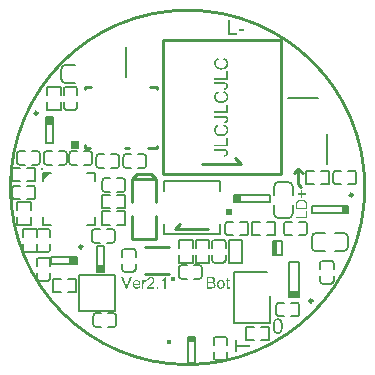
<source format=gbr>
G04 Layer_Color=65535*
%FSLAX25Y25*%
%MOIN*%
%TF.FileFunction,Legend,Top*%
%TF.Part,Single*%
G01*
G75*
%ADD38C,0.01000*%
%ADD67C,0.00787*%
%ADD68C,0.00984*%
%ADD69C,0.00394*%
%ADD70C,0.00866*%
%ADD71C,0.00500*%
%ADD72R,0.01063X0.04724*%
%ADD73R,0.01500X0.01500*%
%ADD74R,0.02362X0.01831*%
%ADD75R,0.02362X0.02331*%
%ADD76R,0.03000X0.02500*%
%ADD77R,0.01000X0.01000*%
%ADD78R,0.02831X0.02362*%
%ADD79R,0.02362X0.02831*%
%ADD80R,0.02000X0.01862*%
%ADD81R,0.02406X0.02362*%
%ADD82R,0.03543X0.01906*%
%ADD83R,0.01906X0.02362*%
G36*
X378461Y291846D02*
X378484D01*
X378510Y291843D01*
X378570Y291831D01*
X378645Y291812D01*
X378728Y291786D01*
X378814Y291749D01*
X378907Y291696D01*
X378739Y291258D01*
X378731Y291261D01*
X378709Y291272D01*
X378675Y291291D01*
X378630Y291310D01*
X378577Y291329D01*
X378521Y291348D01*
X378457Y291359D01*
X378394Y291363D01*
X378367D01*
X378338Y291359D01*
X378300Y291351D01*
X378259Y291340D01*
X378214Y291321D01*
X378165Y291299D01*
X378116Y291269D01*
X378113Y291265D01*
X378098Y291250D01*
X378075Y291231D01*
X378049Y291201D01*
X378019Y291164D01*
X377989Y291119D01*
X377962Y291070D01*
X377940Y291010D01*
Y291006D01*
X377936Y290999D01*
X377933Y290984D01*
X377929Y290965D01*
X377921Y290943D01*
X377918Y290916D01*
X377910Y290882D01*
X377903Y290849D01*
X377888Y290766D01*
X377876Y290672D01*
X377869Y290567D01*
X377865Y290459D01*
Y289000D01*
X377393D01*
Y291786D01*
X377816D01*
Y291363D01*
X377820Y291366D01*
X377824Y291374D01*
X377831Y291389D01*
X377842Y291411D01*
X377857Y291434D01*
X377876Y291460D01*
X377914Y291524D01*
X377959Y291587D01*
X378011Y291651D01*
X378064Y291707D01*
X378090Y291734D01*
X378116Y291753D01*
X378124Y291756D01*
X378142Y291768D01*
X378169Y291782D01*
X378206Y291801D01*
X378251Y291820D01*
X378304Y291835D01*
X378360Y291846D01*
X378420Y291850D01*
X378443D01*
X378461Y291846D01*
D02*
G37*
G36*
X372514Y289000D02*
X371985D01*
X370500Y292844D01*
X371051D01*
X372049Y290050D01*
Y290046D01*
X372053Y290035D01*
X372060Y290016D01*
X372067Y289994D01*
X372079Y289964D01*
X372090Y289926D01*
X372105Y289889D01*
X372120Y289844D01*
X372150Y289746D01*
X372184Y289641D01*
X372217Y289532D01*
X372251Y289420D01*
Y289424D01*
X372255Y289435D01*
X372259Y289450D01*
X372266Y289473D01*
X372277Y289503D01*
X372285Y289536D01*
X372296Y289574D01*
X372311Y289619D01*
X372341Y289713D01*
X372375Y289818D01*
X372416Y289934D01*
X372458Y290050D01*
X373500Y292844D01*
X374018D01*
X372514Y289000D01*
D02*
G37*
G36*
X385309D02*
X384836D01*
Y292004D01*
X384833D01*
X384829Y291996D01*
X384818Y291989D01*
X384806Y291978D01*
X384769Y291944D01*
X384716Y291902D01*
X384652Y291854D01*
X384574Y291797D01*
X384484Y291738D01*
X384386Y291677D01*
X384383D01*
X384375Y291670D01*
X384360Y291663D01*
X384341Y291651D01*
X384315Y291636D01*
X384289Y291621D01*
X384221Y291587D01*
X384146Y291550D01*
X384064Y291509D01*
X383978Y291471D01*
X383895Y291438D01*
Y291891D01*
X383899Y291895D01*
X383914Y291899D01*
X383932Y291910D01*
X383962Y291925D01*
X383996Y291944D01*
X384034Y291966D01*
X384079Y291989D01*
X384127Y292019D01*
X384236Y292083D01*
X384352Y292161D01*
X384469Y292248D01*
X384585Y292341D01*
X384589Y292345D01*
X384596Y292353D01*
X384615Y292368D01*
X384634Y292386D01*
X384656Y292412D01*
X384686Y292439D01*
X384716Y292473D01*
X384750Y292506D01*
X384818Y292585D01*
X384885Y292671D01*
X384949Y292765D01*
X384979Y292810D01*
X385001Y292859D01*
X385309D01*
Y289000D01*
D02*
G37*
G36*
X432500Y312500D02*
X428656D01*
Y313010D01*
X432046D01*
Y314900D01*
X432500D01*
Y312500D01*
D02*
G37*
G36*
X403725Y291846D02*
X403762Y291843D01*
X403811Y291839D01*
X403871Y291831D01*
X403931Y291820D01*
X404003Y291801D01*
X404074Y291782D01*
X404149Y291756D01*
X404227Y291726D01*
X404306Y291689D01*
X404385Y291648D01*
X404460Y291595D01*
X404535Y291539D01*
X404606Y291471D01*
X404610Y291467D01*
X404621Y291453D01*
X404640Y291434D01*
X404663Y291404D01*
X404693Y291363D01*
X404722Y291318D01*
X404756Y291265D01*
X404790Y291201D01*
X404824Y291130D01*
X404857Y291051D01*
X404887Y290969D01*
X404917Y290875D01*
X404940Y290774D01*
X404959Y290669D01*
X404970Y290552D01*
X404974Y290433D01*
Y290425D01*
Y290410D01*
Y290380D01*
X404970Y290342D01*
Y290298D01*
X404966Y290245D01*
X404959Y290189D01*
X404955Y290125D01*
X404936Y289990D01*
X404906Y289847D01*
X404865Y289709D01*
X404843Y289645D01*
X404812Y289585D01*
Y289581D01*
X404805Y289570D01*
X404798Y289555D01*
X404782Y289536D01*
X404768Y289510D01*
X404745Y289480D01*
X404693Y289409D01*
X404625Y289334D01*
X404546Y289251D01*
X404449Y289176D01*
X404340Y289105D01*
X404336D01*
X404325Y289097D01*
X404310Y289090D01*
X404287Y289079D01*
X404257Y289068D01*
X404224Y289053D01*
X404186Y289037D01*
X404141Y289022D01*
X404093Y289004D01*
X404040Y288989D01*
X403928Y288963D01*
X403804Y288944D01*
X403736Y288940D01*
X403669Y288936D01*
X403643D01*
X403613Y288940D01*
X403571Y288944D01*
X403522Y288948D01*
X403466Y288955D01*
X403403Y288966D01*
X403335Y288985D01*
X403260Y289004D01*
X403185Y289026D01*
X403106Y289060D01*
X403027Y289094D01*
X402949Y289139D01*
X402870Y289188D01*
X402799Y289244D01*
X402728Y289311D01*
X402724Y289315D01*
X402712Y289330D01*
X402694Y289349D01*
X402671Y289383D01*
X402645Y289420D01*
X402615Y289469D01*
X402581Y289521D01*
X402548Y289589D01*
X402514Y289660D01*
X402480Y289739D01*
X402450Y289829D01*
X402424Y289926D01*
X402401Y290031D01*
X402383Y290144D01*
X402371Y290264D01*
X402367Y290391D01*
Y290395D01*
Y290399D01*
Y290410D01*
Y290425D01*
X402371Y290466D01*
X402375Y290519D01*
X402383Y290582D01*
X402390Y290657D01*
X402405Y290740D01*
X402420Y290826D01*
X402443Y290916D01*
X402472Y291014D01*
X402506Y291108D01*
X402548Y291201D01*
X402596Y291295D01*
X402653Y291381D01*
X402720Y291464D01*
X402795Y291539D01*
X402799Y291543D01*
X402810Y291554D01*
X402833Y291569D01*
X402859Y291587D01*
X402892Y291610D01*
X402938Y291636D01*
X402986Y291666D01*
X403039Y291696D01*
X403099Y291722D01*
X403166Y291753D01*
X403237Y291779D01*
X403316Y291801D01*
X403399Y291820D01*
X403485Y291835D01*
X403575Y291846D01*
X403669Y291850D01*
X403695D01*
X403725Y291846D01*
D02*
G37*
G36*
X430824Y320761D02*
X431878D01*
Y320315D01*
X430824D01*
Y319269D01*
X430385D01*
Y320315D01*
X429339D01*
Y320761D01*
X430385D01*
Y321808D01*
X430824D01*
Y320761D01*
D02*
G37*
G36*
X430670Y318680D02*
X430715D01*
X430764Y318676D01*
X430820Y318672D01*
X430880Y318665D01*
X430940Y318657D01*
X431071Y318639D01*
X431206Y318613D01*
X431337Y318579D01*
X431341D01*
X431353Y318575D01*
X431371Y318567D01*
X431394Y318560D01*
X431424Y318549D01*
X431458Y318537D01*
X431495Y318523D01*
X431532Y318508D01*
X431623Y318470D01*
X431716Y318425D01*
X431810Y318373D01*
X431896Y318316D01*
X431900D01*
X431908Y318309D01*
X431919Y318301D01*
X431934Y318290D01*
X431971Y318256D01*
X432024Y318215D01*
X432080Y318162D01*
X432136Y318103D01*
X432193Y318039D01*
X432245Y317968D01*
Y317964D01*
X432249Y317960D01*
X432256Y317949D01*
X432268Y317934D01*
X432275Y317915D01*
X432290Y317893D01*
X432316Y317840D01*
X432346Y317773D01*
X432380Y317694D01*
X432410Y317604D01*
X432436Y317506D01*
Y317502D01*
X432440Y317495D01*
X432444Y317480D01*
X432447Y317458D01*
X432451Y317435D01*
X432455Y317405D01*
X432463Y317368D01*
X432466Y317330D01*
X432474Y317285D01*
X432481Y317240D01*
X432489Y317135D01*
X432496Y317019D01*
X432500Y316891D01*
Y315504D01*
X428656D01*
Y316828D01*
Y316831D01*
Y316846D01*
Y316869D01*
Y316902D01*
Y316940D01*
X428660Y316981D01*
Y317030D01*
X428664Y317079D01*
X428671Y317191D01*
X428679Y317304D01*
X428694Y317412D01*
X428701Y317465D01*
X428713Y317510D01*
Y317514D01*
X428716Y317525D01*
X428720Y317544D01*
X428727Y317566D01*
X428735Y317596D01*
X428746Y317626D01*
X428761Y317664D01*
X428776Y317705D01*
X428814Y317795D01*
X428862Y317889D01*
X428919Y317986D01*
X428990Y318076D01*
X428994Y318080D01*
X429001Y318091D01*
X429016Y318106D01*
X429035Y318125D01*
X429061Y318151D01*
X429091Y318181D01*
X429129Y318211D01*
X429166Y318249D01*
X429211Y318283D01*
X429264Y318320D01*
X429316Y318357D01*
X429373Y318395D01*
X429436Y318432D01*
X429504Y318466D01*
X429646Y318530D01*
X429650D01*
X429665Y318537D01*
X429688Y318545D01*
X429717Y318552D01*
X429755Y318567D01*
X429800Y318579D01*
X429852Y318594D01*
X429909Y318609D01*
X429973Y318620D01*
X430044Y318635D01*
X430119Y318650D01*
X430197Y318661D01*
X430284Y318669D01*
X430370Y318676D01*
X430557Y318684D01*
X430632D01*
X430670Y318680D01*
D02*
G37*
G36*
X406669Y374095D02*
X409149D01*
Y373500D01*
X406000D01*
Y378543D01*
X406669D01*
Y374095D01*
D02*
G37*
G36*
X409052Y270332D02*
X413500D01*
Y269663D01*
X409052D01*
Y268000D01*
X408457D01*
Y272000D01*
X409052D01*
Y270332D01*
D02*
G37*
G36*
X422747Y279058D02*
X422786Y279053D01*
X422835Y279048D01*
X422884Y279043D01*
X422993Y279023D01*
X423111Y278994D01*
X423234Y278949D01*
X423352Y278895D01*
X423357D01*
X423366Y278886D01*
X423381Y278881D01*
X423406Y278866D01*
X423460Y278826D01*
X423534Y278777D01*
X423612Y278708D01*
X423696Y278630D01*
X423780Y278531D01*
X423858Y278423D01*
Y278418D01*
X423868Y278408D01*
X423878Y278394D01*
X423893Y278369D01*
X423908Y278339D01*
X423927Y278305D01*
X423947Y278261D01*
X423972Y278216D01*
X423996Y278162D01*
X424021Y278108D01*
X424070Y277980D01*
X424124Y277833D01*
X424168Y277675D01*
Y277670D01*
X424173Y277656D01*
X424178Y277631D01*
X424188Y277596D01*
X424198Y277552D01*
X424208Y277498D01*
X424218Y277434D01*
X424228Y277360D01*
X424237Y277282D01*
X424247Y277188D01*
X424257Y277095D01*
X424267Y276986D01*
X424277Y276873D01*
X424282Y276750D01*
X424287Y276622D01*
Y276485D01*
Y276475D01*
Y276445D01*
Y276401D01*
X424282Y276337D01*
Y276263D01*
X424277Y276175D01*
X424272Y276081D01*
X424262Y275973D01*
X424252Y275860D01*
X424242Y275747D01*
X424208Y275505D01*
X424164Y275269D01*
X424134Y275161D01*
X424100Y275053D01*
Y275048D01*
X424090Y275028D01*
X424080Y274999D01*
X424065Y274964D01*
X424046Y274915D01*
X424021Y274866D01*
X423996Y274807D01*
X423962Y274743D01*
X423888Y274610D01*
X423795Y274467D01*
X423681Y274335D01*
X423617Y274271D01*
X423554Y274212D01*
X423549Y274207D01*
X423539Y274197D01*
X423519Y274182D01*
X423490Y274167D01*
X423455Y274143D01*
X423411Y274118D01*
X423362Y274094D01*
X423308Y274064D01*
X423244Y274034D01*
X423175Y274010D01*
X423101Y273985D01*
X423017Y273961D01*
X422934Y273946D01*
X422840Y273931D01*
X422747Y273921D01*
X422643Y273916D01*
X422609D01*
X422574Y273921D01*
X422520Y273926D01*
X422461Y273931D01*
X422387Y273946D01*
X422309Y273961D01*
X422225Y273980D01*
X422136Y274010D01*
X422043Y274044D01*
X421945Y274084D01*
X421851Y274133D01*
X421758Y274192D01*
X421664Y274261D01*
X421576Y274344D01*
X421497Y274433D01*
X421492Y274443D01*
X421477Y274463D01*
X421453Y274502D01*
X421418Y274556D01*
X421384Y274625D01*
X421340Y274709D01*
X421295Y274812D01*
X421251Y274930D01*
X421202Y275063D01*
X421157Y275215D01*
X421113Y275382D01*
X421079Y275565D01*
X421044Y275771D01*
X421020Y275988D01*
X421005Y276229D01*
X421000Y276485D01*
Y276489D01*
Y276494D01*
Y276524D01*
Y276573D01*
X421005Y276632D01*
Y276711D01*
X421010Y276795D01*
X421015Y276893D01*
X421025Y277001D01*
X421034Y277114D01*
X421044Y277232D01*
X421079Y277469D01*
X421123Y277710D01*
X421152Y277818D01*
X421182Y277926D01*
Y277931D01*
X421192Y277951D01*
X421202Y277980D01*
X421216Y278015D01*
X421236Y278064D01*
X421261Y278113D01*
X421285Y278172D01*
X421320Y278236D01*
X421394Y278374D01*
X421487Y278512D01*
X421600Y278644D01*
X421664Y278708D01*
X421728Y278767D01*
X421733Y278772D01*
X421743Y278782D01*
X421768Y278797D01*
X421792Y278812D01*
X421832Y278836D01*
X421871Y278861D01*
X421925Y278886D01*
X421979Y278915D01*
X422043Y278945D01*
X422112Y278969D01*
X422186Y278994D01*
X422269Y279018D01*
X422353Y279033D01*
X422446Y279048D01*
X422540Y279058D01*
X422643Y279063D01*
X422712D01*
X422747Y279058D01*
D02*
G37*
G36*
X411525Y375015D02*
X409621D01*
Y375640D01*
X411525D01*
Y375015D01*
D02*
G37*
G36*
X382841Y289000D02*
X382305D01*
Y289536D01*
X382841D01*
Y289000D01*
D02*
G37*
G36*
X380381Y292855D02*
X380422D01*
X380468Y292851D01*
X380520Y292844D01*
X380580Y292832D01*
X380647Y292821D01*
X380715Y292803D01*
X380786Y292784D01*
X380861Y292758D01*
X380932Y292727D01*
X381008Y292694D01*
X381075Y292653D01*
X381142Y292604D01*
X381206Y292551D01*
X381210Y292547D01*
X381221Y292536D01*
X381236Y292521D01*
X381255Y292495D01*
X381281Y292465D01*
X381308Y292431D01*
X381337Y292390D01*
X381367Y292341D01*
X381398Y292289D01*
X381428Y292229D01*
X381454Y292169D01*
X381480Y292101D01*
X381499Y292030D01*
X381514Y291951D01*
X381525Y291873D01*
X381529Y291790D01*
Y291786D01*
Y291779D01*
Y291768D01*
Y291753D01*
X381525Y291730D01*
Y291707D01*
X381518Y291648D01*
X381506Y291580D01*
X381487Y291501D01*
X381465Y291419D01*
X381431Y291336D01*
Y291333D01*
X381428Y291325D01*
X381420Y291314D01*
X381413Y291299D01*
X381401Y291276D01*
X381390Y291254D01*
X381356Y291194D01*
X381315Y291126D01*
X381259Y291044D01*
X381195Y290957D01*
X381116Y290867D01*
X381113Y290864D01*
X381105Y290856D01*
X381094Y290841D01*
X381075Y290823D01*
X381049Y290796D01*
X381023Y290766D01*
X380985Y290733D01*
X380944Y290691D01*
X380899Y290646D01*
X380842Y290594D01*
X380786Y290538D01*
X380719Y290477D01*
X380647Y290414D01*
X380569Y290342D01*
X380483Y290271D01*
X380393Y290193D01*
X380389Y290189D01*
X380374Y290177D01*
X380351Y290159D01*
X380325Y290136D01*
X380291Y290106D01*
X380254Y290072D01*
X380164Y289998D01*
X380074Y289919D01*
X379984Y289840D01*
X379942Y289803D01*
X379905Y289765D01*
X379871Y289735D01*
X379845Y289709D01*
X379841Y289705D01*
X379826Y289686D01*
X379804Y289660D01*
X379774Y289630D01*
X379744Y289589D01*
X379710Y289547D01*
X379676Y289503D01*
X379646Y289454D01*
X381533D01*
Y289000D01*
X378994D01*
Y289004D01*
Y289007D01*
Y289030D01*
Y289060D01*
X378997Y289105D01*
X379005Y289154D01*
X379012Y289210D01*
X379028Y289266D01*
X379046Y289326D01*
Y289330D01*
X379050Y289337D01*
X379058Y289352D01*
X379065Y289371D01*
X379076Y289394D01*
X379087Y289420D01*
X379121Y289488D01*
X379166Y289566D01*
X379219Y289652D01*
X379282Y289742D01*
X379358Y289836D01*
X379361Y289840D01*
X379369Y289847D01*
X379380Y289862D01*
X379399Y289881D01*
X379421Y289904D01*
X379448Y289934D01*
X379478Y289967D01*
X379515Y290005D01*
X379556Y290042D01*
X379601Y290088D01*
X379654Y290136D01*
X379706Y290189D01*
X379766Y290241D01*
X379830Y290298D01*
X379901Y290357D01*
X379973Y290418D01*
X379980Y290425D01*
X379999Y290440D01*
X380032Y290466D01*
X380074Y290504D01*
X380126Y290545D01*
X380183Y290598D01*
X380246Y290654D01*
X380314Y290714D01*
X380456Y290845D01*
X380595Y290980D01*
X380659Y291048D01*
X380719Y291115D01*
X380775Y291175D01*
X380820Y291235D01*
X380824Y291239D01*
X380831Y291250D01*
X380842Y291265D01*
X380854Y291287D01*
X380873Y291314D01*
X380891Y291344D01*
X380910Y291381D01*
X380932Y291419D01*
X380974Y291505D01*
X381011Y291599D01*
X381023Y291651D01*
X381034Y291700D01*
X381041Y291753D01*
X381045Y291801D01*
Y291805D01*
Y291812D01*
Y291828D01*
X381041Y291850D01*
X381037Y291873D01*
X381034Y291899D01*
X381019Y291966D01*
X380996Y292041D01*
X380959Y292120D01*
X380936Y292158D01*
X380910Y292199D01*
X380880Y292236D01*
X380842Y292274D01*
X380839Y292278D01*
X380835Y292281D01*
X380820Y292292D01*
X380805Y292304D01*
X380786Y292319D01*
X380760Y292334D01*
X380734Y292353D01*
X380700Y292371D01*
X380666Y292390D01*
X380625Y292409D01*
X380535Y292439D01*
X380434Y292461D01*
X380378Y292465D01*
X380317Y292469D01*
X380284D01*
X380261Y292465D01*
X380231Y292461D01*
X380198Y292458D01*
X380160Y292450D01*
X380122Y292442D01*
X380032Y292420D01*
X379942Y292383D01*
X379897Y292360D01*
X379853Y292330D01*
X379811Y292300D01*
X379770Y292263D01*
X379766Y292259D01*
X379763Y292255D01*
X379751Y292240D01*
X379740Y292225D01*
X379725Y292206D01*
X379706Y292180D01*
X379688Y292150D01*
X379669Y292116D01*
X379650Y292079D01*
X379631Y292038D01*
X379616Y291989D01*
X379597Y291940D01*
X379586Y291887D01*
X379575Y291828D01*
X379571Y291768D01*
X379568Y291700D01*
X379084Y291749D01*
Y291756D01*
X379087Y291771D01*
X379091Y291801D01*
X379095Y291839D01*
X379106Y291884D01*
X379117Y291936D01*
X379133Y291992D01*
X379148Y292056D01*
X379170Y292120D01*
X379196Y292188D01*
X379226Y292255D01*
X379260Y292326D01*
X379301Y292394D01*
X379346Y292458D01*
X379399Y292517D01*
X379455Y292574D01*
X379459Y292578D01*
X379470Y292585D01*
X379489Y292600D01*
X379515Y292619D01*
X379549Y292641D01*
X379586Y292664D01*
X379635Y292690D01*
X379688Y292716D01*
X379748Y292742D01*
X379811Y292769D01*
X379883Y292791D01*
X379961Y292814D01*
X380044Y292832D01*
X380134Y292847D01*
X380227Y292855D01*
X380329Y292859D01*
X380355D01*
X380381Y292855D01*
D02*
G37*
G36*
X375607Y291846D02*
X375649Y291843D01*
X375694Y291839D01*
X375750Y291831D01*
X375814Y291816D01*
X375877Y291801D01*
X375949Y291782D01*
X376024Y291756D01*
X376099Y291726D01*
X376174Y291689D01*
X376253Y291644D01*
X376327Y291595D01*
X376399Y291535D01*
X376466Y291467D01*
X376470Y291464D01*
X376481Y291449D01*
X376500Y291426D01*
X376522Y291396D01*
X376549Y291359D01*
X376579Y291310D01*
X376612Y291254D01*
X376646Y291190D01*
X376676Y291119D01*
X376710Y291036D01*
X376740Y290950D01*
X376766Y290852D01*
X376789Y290751D01*
X376807Y290639D01*
X376819Y290523D01*
X376822Y290395D01*
Y290388D01*
Y290376D01*
Y290365D01*
Y290346D01*
Y290324D01*
X376819Y290301D01*
Y290271D01*
X374738D01*
Y290267D01*
Y290252D01*
X374741Y290226D01*
X374745Y290196D01*
X374752Y290159D01*
X374760Y290114D01*
X374767Y290065D01*
X374779Y290009D01*
X374813Y289896D01*
X374835Y289836D01*
X374857Y289780D01*
X374887Y289724D01*
X374918Y289668D01*
X374955Y289615D01*
X374996Y289566D01*
X375000Y289563D01*
X375008Y289555D01*
X375019Y289544D01*
X375038Y289529D01*
X375060Y289510D01*
X375090Y289488D01*
X375120Y289469D01*
X375157Y289446D01*
X375199Y289420D01*
X375240Y289401D01*
X375289Y289379D01*
X375341Y289360D01*
X375397Y289345D01*
X375454Y289334D01*
X375518Y289326D01*
X375581Y289322D01*
X375607D01*
X375626Y289326D01*
X375649D01*
X375671Y289330D01*
X375735Y289341D01*
X375802Y289356D01*
X375877Y289379D01*
X375953Y289412D01*
X376024Y289458D01*
X376027D01*
X376031Y289465D01*
X376054Y289484D01*
X376087Y289517D01*
X376129Y289566D01*
X376178Y289626D01*
X376226Y289701D01*
X376249Y289746D01*
X376271Y289795D01*
X376294Y289844D01*
X376316Y289900D01*
X376804Y289836D01*
Y289832D01*
X376800Y289818D01*
X376793Y289795D01*
X376781Y289765D01*
X376770Y289727D01*
X376751Y289686D01*
X376732Y289641D01*
X376710Y289593D01*
X376680Y289540D01*
X376650Y289484D01*
X376616Y289427D01*
X376575Y289371D01*
X376534Y289319D01*
X376485Y289266D01*
X376432Y289214D01*
X376376Y289169D01*
X376373Y289165D01*
X376361Y289158D01*
X376346Y289146D01*
X376320Y289131D01*
X376290Y289116D01*
X376253Y289094D01*
X376207Y289075D01*
X376159Y289053D01*
X376106Y289030D01*
X376046Y289011D01*
X375979Y288989D01*
X375911Y288974D01*
X375833Y288959D01*
X375754Y288948D01*
X375671Y288940D01*
X375581Y288936D01*
X375555D01*
X375521Y288940D01*
X375480Y288944D01*
X375428Y288948D01*
X375367Y288955D01*
X375304Y288966D01*
X375233Y288985D01*
X375154Y289004D01*
X375075Y289026D01*
X374996Y289060D01*
X374914Y289094D01*
X374835Y289139D01*
X374756Y289188D01*
X374681Y289244D01*
X374610Y289311D01*
X374606Y289315D01*
X374595Y289330D01*
X374576Y289349D01*
X374554Y289383D01*
X374528Y289420D01*
X374498Y289465D01*
X374464Y289521D01*
X374434Y289585D01*
X374400Y289656D01*
X374366Y289735D01*
X374336Y289821D01*
X374310Y289915D01*
X374288Y290016D01*
X374269Y290129D01*
X374257Y290245D01*
X374254Y290369D01*
Y290372D01*
Y290376D01*
Y290399D01*
X374257Y290436D01*
X374261Y290485D01*
X374265Y290545D01*
X374272Y290613D01*
X374284Y290687D01*
X374299Y290770D01*
X374318Y290852D01*
X374340Y290943D01*
X374370Y291033D01*
X374408Y291126D01*
X374449Y291216D01*
X374494Y291302D01*
X374550Y291385D01*
X374614Y291460D01*
X374618Y291464D01*
X374633Y291479D01*
X374651Y291497D01*
X374681Y291520D01*
X374715Y291550D01*
X374760Y291584D01*
X374809Y291617D01*
X374869Y291655D01*
X374933Y291692D01*
X375004Y291726D01*
X375082Y291760D01*
X375165Y291790D01*
X375255Y291812D01*
X375349Y291835D01*
X375450Y291846D01*
X375555Y291850D01*
X375581D01*
X375607Y291846D01*
D02*
G37*
G36*
X406084Y291786D02*
X406556D01*
Y291419D01*
X406084D01*
Y289784D01*
Y289780D01*
Y289776D01*
Y289754D01*
Y289716D01*
X406087Y289679D01*
Y289634D01*
X406095Y289593D01*
X406099Y289555D01*
X406106Y289525D01*
Y289521D01*
X406110Y289517D01*
X406125Y289491D01*
X406151Y289465D01*
X406189Y289435D01*
X406192D01*
X406200Y289431D01*
X406211Y289424D01*
X406230Y289420D01*
X406252Y289412D01*
X406283Y289405D01*
X406313Y289401D01*
X406380D01*
X406402Y289405D01*
X406432D01*
X406470Y289409D01*
X406511Y289412D01*
X406556Y289420D01*
X406624Y289004D01*
X406616D01*
X406605Y289000D01*
X406590Y288996D01*
X406553Y288993D01*
X406504Y288985D01*
X406448Y288978D01*
X406388Y288970D01*
X406324Y288966D01*
X406264Y288963D01*
X406222D01*
X406200Y288966D01*
X406178D01*
X406117Y288974D01*
X406054Y288981D01*
X405990Y288996D01*
X405923Y289015D01*
X405866Y289041D01*
X405859Y289045D01*
X405844Y289056D01*
X405818Y289075D01*
X405788Y289097D01*
X405754Y289131D01*
X405724Y289165D01*
X405694Y289210D01*
X405667Y289255D01*
X405664Y289263D01*
Y289270D01*
X405660Y289281D01*
X405656Y289300D01*
X405649Y289319D01*
X405645Y289345D01*
X405641Y289375D01*
X405634Y289412D01*
X405630Y289450D01*
X405626Y289495D01*
X405619Y289547D01*
X405615Y289604D01*
Y289668D01*
X405611Y289739D01*
Y289814D01*
Y291419D01*
X405263D01*
Y291786D01*
X405611D01*
Y292473D01*
X406084Y292758D01*
Y291786D01*
D02*
G37*
G36*
X406000Y347548D02*
X401521D01*
Y348142D01*
X405471D01*
Y350344D01*
X406000D01*
Y347548D01*
D02*
G37*
G36*
X404610Y354828D02*
X404650Y354815D01*
X404698Y354802D01*
X404759Y354780D01*
X404829Y354754D01*
X404908Y354719D01*
X404990Y354684D01*
X405082Y354640D01*
X405174Y354592D01*
X405266Y354535D01*
X405358Y354474D01*
X405449Y354404D01*
X405537Y354334D01*
X405620Y354251D01*
X405694Y354164D01*
X405698Y354159D01*
X405712Y354142D01*
X405729Y354116D01*
X405755Y354077D01*
X405782Y354028D01*
X405812Y353972D01*
X405847Y353906D01*
X405882Y353836D01*
X405921Y353753D01*
X405952Y353661D01*
X405987Y353565D01*
X406013Y353460D01*
X406039Y353347D01*
X406057Y353233D01*
X406070Y353106D01*
X406074Y352980D01*
Y352971D01*
Y352949D01*
Y352910D01*
X406070Y352857D01*
X406066Y352796D01*
X406057Y352726D01*
X406048Y352647D01*
X406039Y352560D01*
X406022Y352468D01*
X406004Y352372D01*
X405978Y352276D01*
X405952Y352176D01*
X405917Y352079D01*
X405878Y351979D01*
X405834Y351887D01*
X405782Y351800D01*
X405777Y351795D01*
X405768Y351782D01*
X405751Y351756D01*
X405725Y351726D01*
X405698Y351686D01*
X405659Y351647D01*
X405615Y351599D01*
X405563Y351546D01*
X405506Y351489D01*
X405445Y351433D01*
X405375Y351376D01*
X405296Y351319D01*
X405213Y351267D01*
X405126Y351210D01*
X405030Y351162D01*
X404929Y351114D01*
X404921Y351109D01*
X404903Y351105D01*
X404873Y351092D01*
X404833Y351079D01*
X404781Y351061D01*
X404720Y351039D01*
X404650Y351017D01*
X404571Y350996D01*
X404484Y350974D01*
X404392Y350952D01*
X404291Y350935D01*
X404186Y350913D01*
X404077Y350900D01*
X403964Y350886D01*
X403846Y350882D01*
X403728Y350878D01*
X403658D01*
X403610Y350882D01*
X403548Y350886D01*
X403478Y350891D01*
X403400Y350900D01*
X403312Y350913D01*
X403221Y350926D01*
X403125Y350943D01*
X403020Y350965D01*
X402919Y350991D01*
X402814Y351022D01*
X402709Y351057D01*
X402609Y351096D01*
X402508Y351144D01*
X402504Y351149D01*
X402487Y351157D01*
X402456Y351170D01*
X402421Y351192D01*
X402377Y351223D01*
X402329Y351254D01*
X402272Y351293D01*
X402211Y351341D01*
X402150Y351389D01*
X402084Y351446D01*
X402019Y351511D01*
X401953Y351577D01*
X401888Y351651D01*
X401827Y351730D01*
X401765Y351813D01*
X401713Y351905D01*
X401709Y351909D01*
X401700Y351926D01*
X401687Y351953D01*
X401669Y351992D01*
X401652Y352036D01*
X401626Y352093D01*
X401604Y352154D01*
X401578Y352228D01*
X401551Y352302D01*
X401530Y352385D01*
X401503Y352477D01*
X401486Y352573D01*
X401468Y352674D01*
X401455Y352774D01*
X401446Y352884D01*
X401442Y352993D01*
Y353001D01*
Y353023D01*
Y353058D01*
X401446Y353106D01*
X401451Y353163D01*
X401460Y353229D01*
X401473Y353303D01*
X401486Y353386D01*
X401503Y353469D01*
X401525Y353561D01*
X401556Y353657D01*
X401586Y353749D01*
X401626Y353845D01*
X401674Y353941D01*
X401726Y354033D01*
X401787Y354120D01*
X401792Y354125D01*
X401805Y354142D01*
X401822Y354164D01*
X401849Y354194D01*
X401884Y354234D01*
X401927Y354273D01*
X401980Y354321D01*
X402036Y354374D01*
X402102Y354426D01*
X402172Y354479D01*
X402250Y354531D01*
X402338Y354583D01*
X402430Y354636D01*
X402530Y354684D01*
X402635Y354723D01*
X402749Y354763D01*
X402884Y354177D01*
X402880D01*
X402862Y354168D01*
X402836Y354159D01*
X402806Y354146D01*
X402766Y354133D01*
X402718Y354112D01*
X402670Y354090D01*
X402613Y354063D01*
X402500Y353998D01*
X402382Y353919D01*
X402272Y353827D01*
X402220Y353775D01*
X402176Y353723D01*
X402172Y353718D01*
X402168Y353709D01*
X402154Y353692D01*
X402141Y353670D01*
X402124Y353640D01*
X402106Y353605D01*
X402084Y353565D01*
X402063Y353517D01*
X402041Y353469D01*
X402019Y353412D01*
X402001Y353351D01*
X401984Y353286D01*
X401958Y353141D01*
X401953Y353063D01*
X401949Y352980D01*
Y352975D01*
Y352958D01*
Y352932D01*
X401953Y352892D01*
X401958Y352849D01*
X401962Y352796D01*
X401971Y352739D01*
X401980Y352678D01*
X402010Y352538D01*
X402028Y352468D01*
X402054Y352394D01*
X402084Y352324D01*
X402115Y352250D01*
X402154Y352180D01*
X402198Y352114D01*
X402203Y352110D01*
X402211Y352101D01*
X402224Y352084D01*
X402242Y352058D01*
X402268Y352031D01*
X402299Y351996D01*
X402334Y351961D01*
X402373Y351926D01*
X402421Y351883D01*
X402469Y351843D01*
X402526Y351804D01*
X402587Y351765D01*
X402648Y351726D01*
X402718Y351691D01*
X402788Y351660D01*
X402867Y351629D01*
X402871D01*
X402884Y351625D01*
X402906Y351616D01*
X402937Y351607D01*
X402976Y351599D01*
X403020Y351586D01*
X403072Y351572D01*
X403129Y351559D01*
X403190Y351546D01*
X403260Y351533D01*
X403404Y351511D01*
X403561Y351494D01*
X403723Y351489D01*
X403780D01*
X403819Y351494D01*
X403867D01*
X403929Y351498D01*
X403990Y351503D01*
X404064Y351511D01*
X404138Y351520D01*
X404217Y351529D01*
X404388Y351559D01*
X404558Y351599D01*
X404724Y351656D01*
X404728D01*
X404741Y351664D01*
X404763Y351673D01*
X404794Y351686D01*
X404829Y351704D01*
X404868Y351726D01*
X404960Y351782D01*
X405065Y351857D01*
X405170Y351944D01*
X405270Y352049D01*
X405314Y352110D01*
X405358Y352171D01*
X405362Y352176D01*
X405366Y352189D01*
X405375Y352206D01*
X405388Y352232D01*
X405406Y352263D01*
X405423Y352302D01*
X405441Y352346D01*
X405463Y352398D01*
X405480Y352451D01*
X405502Y352512D01*
X405532Y352639D01*
X405559Y352783D01*
X405563Y352857D01*
X405567Y352932D01*
Y352936D01*
Y352953D01*
Y352980D01*
X405563Y353015D01*
X405559Y353058D01*
X405554Y353106D01*
X405546Y353163D01*
X405532Y353224D01*
X405497Y353356D01*
X405476Y353425D01*
X405449Y353500D01*
X405414Y353570D01*
X405375Y353640D01*
X405331Y353709D01*
X405283Y353775D01*
X405279Y353779D01*
X405270Y353788D01*
X405253Y353810D01*
X405231Y353832D01*
X405200Y353858D01*
X405161Y353893D01*
X405117Y353928D01*
X405069Y353963D01*
X405012Y354002D01*
X404947Y354042D01*
X404877Y354081D01*
X404803Y354120D01*
X404720Y354155D01*
X404628Y354186D01*
X404532Y354216D01*
X404431Y354243D01*
X404580Y354837D01*
X404589D01*
X404610Y354828D01*
D02*
G37*
G36*
Y343702D02*
X404650Y343689D01*
X404698Y343676D01*
X404759Y343654D01*
X404829Y343628D01*
X404908Y343593D01*
X404990Y343558D01*
X405082Y343514D01*
X405174Y343466D01*
X405266Y343409D01*
X405358Y343348D01*
X405449Y343278D01*
X405537Y343208D01*
X405620Y343125D01*
X405694Y343038D01*
X405698Y343034D01*
X405712Y343016D01*
X405729Y342990D01*
X405755Y342951D01*
X405782Y342902D01*
X405812Y342846D01*
X405847Y342780D01*
X405882Y342710D01*
X405921Y342627D01*
X405952Y342535D01*
X405987Y342439D01*
X406013Y342334D01*
X406039Y342221D01*
X406057Y342107D01*
X406070Y341980D01*
X406074Y341854D01*
Y341845D01*
Y341823D01*
Y341784D01*
X406070Y341731D01*
X406066Y341670D01*
X406057Y341600D01*
X406048Y341522D01*
X406039Y341434D01*
X406022Y341342D01*
X406004Y341246D01*
X405978Y341150D01*
X405952Y341050D01*
X405917Y340953D01*
X405878Y340853D01*
X405834Y340761D01*
X405782Y340674D01*
X405777Y340669D01*
X405768Y340656D01*
X405751Y340630D01*
X405725Y340599D01*
X405698Y340560D01*
X405659Y340521D01*
X405615Y340473D01*
X405563Y340420D01*
X405506Y340364D01*
X405445Y340307D01*
X405375Y340250D01*
X405296Y340193D01*
X405213Y340141D01*
X405126Y340084D01*
X405030Y340036D01*
X404929Y339988D01*
X404921Y339983D01*
X404903Y339979D01*
X404873Y339966D01*
X404833Y339953D01*
X404781Y339935D01*
X404720Y339913D01*
X404650Y339892D01*
X404571Y339870D01*
X404484Y339848D01*
X404392Y339826D01*
X404291Y339809D01*
X404186Y339787D01*
X404077Y339774D01*
X403964Y339760D01*
X403846Y339756D01*
X403728Y339752D01*
X403658D01*
X403610Y339756D01*
X403548Y339760D01*
X403478Y339765D01*
X403400Y339774D01*
X403312Y339787D01*
X403221Y339800D01*
X403125Y339817D01*
X403020Y339839D01*
X402919Y339865D01*
X402814Y339896D01*
X402709Y339931D01*
X402609Y339970D01*
X402508Y340018D01*
X402504Y340023D01*
X402487Y340031D01*
X402456Y340044D01*
X402421Y340066D01*
X402377Y340097D01*
X402329Y340127D01*
X402272Y340167D01*
X402211Y340215D01*
X402150Y340263D01*
X402084Y340320D01*
X402019Y340385D01*
X401953Y340451D01*
X401888Y340525D01*
X401827Y340604D01*
X401765Y340687D01*
X401713Y340779D01*
X401709Y340783D01*
X401700Y340800D01*
X401687Y340827D01*
X401669Y340866D01*
X401652Y340910D01*
X401626Y340967D01*
X401604Y341028D01*
X401578Y341102D01*
X401551Y341176D01*
X401530Y341259D01*
X401503Y341351D01*
X401486Y341447D01*
X401468Y341548D01*
X401455Y341648D01*
X401446Y341757D01*
X401442Y341867D01*
Y341876D01*
Y341897D01*
Y341932D01*
X401446Y341980D01*
X401451Y342037D01*
X401460Y342103D01*
X401473Y342177D01*
X401486Y342260D01*
X401503Y342343D01*
X401525Y342435D01*
X401556Y342531D01*
X401586Y342623D01*
X401626Y342719D01*
X401674Y342815D01*
X401726Y342907D01*
X401787Y342994D01*
X401792Y342999D01*
X401805Y343016D01*
X401822Y343038D01*
X401849Y343069D01*
X401884Y343108D01*
X401927Y343147D01*
X401980Y343195D01*
X402036Y343248D01*
X402102Y343300D01*
X402172Y343353D01*
X402250Y343405D01*
X402338Y343457D01*
X402430Y343510D01*
X402530Y343558D01*
X402635Y343597D01*
X402749Y343637D01*
X402884Y343051D01*
X402880D01*
X402862Y343042D01*
X402836Y343034D01*
X402806Y343020D01*
X402766Y343007D01*
X402718Y342985D01*
X402670Y342964D01*
X402613Y342937D01*
X402500Y342872D01*
X402382Y342793D01*
X402272Y342701D01*
X402220Y342649D01*
X402176Y342597D01*
X402172Y342592D01*
X402168Y342583D01*
X402154Y342566D01*
X402141Y342544D01*
X402124Y342513D01*
X402106Y342478D01*
X402084Y342439D01*
X402063Y342391D01*
X402041Y342343D01*
X402019Y342286D01*
X402001Y342225D01*
X401984Y342160D01*
X401958Y342015D01*
X401953Y341937D01*
X401949Y341854D01*
Y341849D01*
Y341832D01*
Y341806D01*
X401953Y341766D01*
X401958Y341722D01*
X401962Y341670D01*
X401971Y341613D01*
X401980Y341552D01*
X402010Y341412D01*
X402028Y341342D01*
X402054Y341268D01*
X402084Y341198D01*
X402115Y341124D01*
X402154Y341054D01*
X402198Y340988D01*
X402203Y340984D01*
X402211Y340975D01*
X402224Y340958D01*
X402242Y340932D01*
X402268Y340905D01*
X402299Y340870D01*
X402334Y340835D01*
X402373Y340800D01*
X402421Y340757D01*
X402469Y340717D01*
X402526Y340678D01*
X402587Y340639D01*
X402648Y340599D01*
X402718Y340564D01*
X402788Y340534D01*
X402867Y340503D01*
X402871D01*
X402884Y340499D01*
X402906Y340490D01*
X402937Y340481D01*
X402976Y340473D01*
X403020Y340460D01*
X403072Y340446D01*
X403129Y340433D01*
X403190Y340420D01*
X403260Y340407D01*
X403404Y340385D01*
X403561Y340368D01*
X403723Y340364D01*
X403780D01*
X403819Y340368D01*
X403867D01*
X403929Y340372D01*
X403990Y340377D01*
X404064Y340385D01*
X404138Y340394D01*
X404217Y340403D01*
X404388Y340433D01*
X404558Y340473D01*
X404724Y340529D01*
X404728D01*
X404741Y340538D01*
X404763Y340547D01*
X404794Y340560D01*
X404829Y340578D01*
X404868Y340599D01*
X404960Y340656D01*
X405065Y340731D01*
X405170Y340818D01*
X405270Y340923D01*
X405314Y340984D01*
X405358Y341045D01*
X405362Y341050D01*
X405366Y341063D01*
X405375Y341080D01*
X405388Y341106D01*
X405406Y341137D01*
X405423Y341176D01*
X405441Y341220D01*
X405463Y341272D01*
X405480Y341325D01*
X405502Y341386D01*
X405532Y341513D01*
X405559Y341657D01*
X405563Y341731D01*
X405567Y341806D01*
Y341810D01*
Y341827D01*
Y341854D01*
X405563Y341889D01*
X405559Y341932D01*
X405554Y341980D01*
X405546Y342037D01*
X405532Y342098D01*
X405497Y342229D01*
X405476Y342299D01*
X405449Y342374D01*
X405414Y342444D01*
X405375Y342513D01*
X405331Y342583D01*
X405283Y342649D01*
X405279Y342653D01*
X405270Y342662D01*
X405253Y342684D01*
X405231Y342706D01*
X405200Y342732D01*
X405161Y342767D01*
X405117Y342802D01*
X405069Y342837D01*
X405012Y342876D01*
X404947Y342916D01*
X404877Y342955D01*
X404803Y342994D01*
X404720Y343029D01*
X404628Y343060D01*
X404532Y343090D01*
X404431Y343117D01*
X404580Y343711D01*
X404589D01*
X404610Y343702D01*
D02*
G37*
G36*
X404715Y346599D02*
X404768Y346595D01*
X404829Y346591D01*
X404894Y346586D01*
X405034Y346569D01*
X405178Y346547D01*
X405318Y346512D01*
X405384Y346490D01*
X405445Y346464D01*
X405449D01*
X405458Y346460D01*
X405476Y346451D01*
X405493Y346438D01*
X405519Y346425D01*
X405550Y346407D01*
X405620Y346359D01*
X405694Y346298D01*
X405773Y346224D01*
X405847Y346136D01*
X405913Y346031D01*
Y346027D01*
X405921Y346018D01*
X405926Y346001D01*
X405939Y345979D01*
X405952Y345953D01*
X405965Y345918D01*
X405978Y345878D01*
X405991Y345835D01*
X406009Y345787D01*
X406022Y345734D01*
X406048Y345616D01*
X406066Y345485D01*
X406074Y345341D01*
Y345332D01*
Y345315D01*
X406070Y345284D01*
Y345245D01*
X406066Y345197D01*
X406057Y345140D01*
X406048Y345074D01*
X406031Y345009D01*
X406013Y344935D01*
X405991Y344860D01*
X405965Y344786D01*
X405930Y344712D01*
X405895Y344637D01*
X405847Y344567D01*
X405799Y344497D01*
X405738Y344436D01*
X405733Y344432D01*
X405720Y344423D01*
X405703Y344406D01*
X405677Y344388D01*
X405637Y344366D01*
X405598Y344340D01*
X405546Y344310D01*
X405484Y344283D01*
X405419Y344253D01*
X405344Y344227D01*
X405262Y344200D01*
X405170Y344179D01*
X405074Y344161D01*
X404969Y344148D01*
X404855Y344139D01*
X404733D01*
X404658Y344672D01*
X404680D01*
X404706Y344677D01*
X404741D01*
X404781Y344681D01*
X404829Y344685D01*
X404881Y344694D01*
X404938Y344703D01*
X405052Y344725D01*
X405170Y344760D01*
X405222Y344781D01*
X405275Y344803D01*
X405318Y344830D01*
X405358Y344860D01*
X405366Y344869D01*
X405388Y344891D01*
X405419Y344930D01*
X405449Y344987D01*
X405484Y345053D01*
X405515Y345135D01*
X405537Y345232D01*
X405541Y345280D01*
X405546Y345337D01*
Y345341D01*
Y345345D01*
Y345358D01*
Y345376D01*
X405541Y345415D01*
X405532Y345468D01*
X405519Y345529D01*
X405502Y345594D01*
X405480Y345660D01*
X405445Y345721D01*
X405441Y345730D01*
X405428Y345747D01*
X405406Y345774D01*
X405371Y345809D01*
X405331Y345848D01*
X405288Y345883D01*
X405231Y345918D01*
X405170Y345944D01*
X405161Y345948D01*
X405135Y345953D01*
X405117Y345961D01*
X405091Y345966D01*
X405065Y345970D01*
X405030Y345979D01*
X404995Y345983D01*
X404951Y345988D01*
X404908Y345996D01*
X404855Y346001D01*
X404803Y346005D01*
X404741D01*
X404676Y346009D01*
X401521D01*
Y346604D01*
X404667D01*
X404715Y346599D01*
D02*
G37*
G36*
X404610Y365954D02*
X404650Y365941D01*
X404698Y365928D01*
X404759Y365906D01*
X404829Y365880D01*
X404908Y365845D01*
X404990Y365810D01*
X405082Y365766D01*
X405174Y365718D01*
X405266Y365661D01*
X405358Y365600D01*
X405449Y365530D01*
X405537Y365460D01*
X405620Y365377D01*
X405694Y365290D01*
X405698Y365286D01*
X405712Y365268D01*
X405729Y365242D01*
X405755Y365202D01*
X405782Y365155D01*
X405812Y365098D01*
X405847Y365032D01*
X405882Y364962D01*
X405921Y364879D01*
X405952Y364787D01*
X405987Y364691D01*
X406013Y364586D01*
X406039Y364473D01*
X406057Y364359D01*
X406070Y364232D01*
X406074Y364106D01*
Y364097D01*
Y364075D01*
Y364036D01*
X406070Y363983D01*
X406066Y363922D01*
X406057Y363852D01*
X406048Y363773D01*
X406039Y363686D01*
X406022Y363594D01*
X406004Y363498D01*
X405978Y363402D01*
X405952Y363302D01*
X405917Y363205D01*
X405878Y363105D01*
X405834Y363013D01*
X405782Y362926D01*
X405777Y362921D01*
X405768Y362908D01*
X405751Y362882D01*
X405725Y362852D01*
X405698Y362812D01*
X405659Y362773D01*
X405615Y362725D01*
X405563Y362672D01*
X405506Y362615D01*
X405445Y362559D01*
X405375Y362502D01*
X405296Y362445D01*
X405213Y362393D01*
X405126Y362336D01*
X405030Y362288D01*
X404929Y362240D01*
X404921Y362235D01*
X404903Y362231D01*
X404873Y362218D01*
X404833Y362205D01*
X404781Y362187D01*
X404720Y362165D01*
X404650Y362143D01*
X404571Y362122D01*
X404484Y362100D01*
X404392Y362078D01*
X404291Y362060D01*
X404186Y362039D01*
X404077Y362025D01*
X403964Y362012D01*
X403846Y362008D01*
X403728Y362004D01*
X403658D01*
X403610Y362008D01*
X403548Y362012D01*
X403478Y362017D01*
X403400Y362025D01*
X403312Y362039D01*
X403221Y362052D01*
X403125Y362069D01*
X403020Y362091D01*
X402919Y362117D01*
X402814Y362148D01*
X402709Y362183D01*
X402609Y362222D01*
X402508Y362270D01*
X402504Y362275D01*
X402487Y362283D01*
X402456Y362297D01*
X402421Y362318D01*
X402377Y362349D01*
X402329Y362380D01*
X402272Y362419D01*
X402211Y362467D01*
X402150Y362515D01*
X402084Y362572D01*
X402019Y362637D01*
X401953Y362703D01*
X401888Y362777D01*
X401827Y362856D01*
X401765Y362939D01*
X401713Y363031D01*
X401709Y363035D01*
X401700Y363053D01*
X401687Y363079D01*
X401669Y363118D01*
X401652Y363162D01*
X401626Y363219D01*
X401604Y363280D01*
X401578Y363354D01*
X401551Y363428D01*
X401530Y363511D01*
X401503Y363603D01*
X401486Y363699D01*
X401468Y363800D01*
X401455Y363900D01*
X401446Y364009D01*
X401442Y364119D01*
Y364127D01*
Y364149D01*
Y364184D01*
X401446Y364232D01*
X401451Y364289D01*
X401460Y364355D01*
X401473Y364429D01*
X401486Y364512D01*
X401503Y364595D01*
X401525Y364687D01*
X401556Y364783D01*
X401586Y364875D01*
X401626Y364971D01*
X401674Y365067D01*
X401726Y365159D01*
X401787Y365246D01*
X401792Y365251D01*
X401805Y365268D01*
X401822Y365290D01*
X401849Y365320D01*
X401884Y365360D01*
X401927Y365399D01*
X401980Y365447D01*
X402036Y365500D01*
X402102Y365552D01*
X402172Y365605D01*
X402250Y365657D01*
X402338Y365709D01*
X402430Y365762D01*
X402530Y365810D01*
X402635Y365849D01*
X402749Y365889D01*
X402884Y365303D01*
X402880D01*
X402862Y365294D01*
X402836Y365286D01*
X402806Y365272D01*
X402766Y365259D01*
X402718Y365237D01*
X402670Y365216D01*
X402613Y365189D01*
X402500Y365124D01*
X402382Y365045D01*
X402272Y364953D01*
X402220Y364901D01*
X402176Y364849D01*
X402172Y364844D01*
X402168Y364835D01*
X402154Y364818D01*
X402141Y364796D01*
X402124Y364766D01*
X402106Y364731D01*
X402084Y364691D01*
X402063Y364643D01*
X402041Y364595D01*
X402019Y364538D01*
X402001Y364477D01*
X401984Y364412D01*
X401958Y364267D01*
X401953Y364189D01*
X401949Y364106D01*
Y364101D01*
Y364084D01*
Y364058D01*
X401953Y364018D01*
X401958Y363975D01*
X401962Y363922D01*
X401971Y363865D01*
X401980Y363804D01*
X402010Y363664D01*
X402028Y363594D01*
X402054Y363520D01*
X402084Y363450D01*
X402115Y363376D01*
X402154Y363306D01*
X402198Y363240D01*
X402203Y363236D01*
X402211Y363227D01*
X402224Y363210D01*
X402242Y363184D01*
X402268Y363157D01*
X402299Y363122D01*
X402334Y363087D01*
X402373Y363053D01*
X402421Y363009D01*
X402469Y362969D01*
X402526Y362930D01*
X402587Y362891D01*
X402648Y362852D01*
X402718Y362817D01*
X402788Y362786D01*
X402867Y362755D01*
X402871D01*
X402884Y362751D01*
X402906Y362742D01*
X402937Y362734D01*
X402976Y362725D01*
X403020Y362712D01*
X403072Y362699D01*
X403129Y362685D01*
X403190Y362672D01*
X403260Y362659D01*
X403404Y362637D01*
X403561Y362620D01*
X403723Y362615D01*
X403780D01*
X403819Y362620D01*
X403867D01*
X403929Y362624D01*
X403990Y362629D01*
X404064Y362637D01*
X404138Y362646D01*
X404217Y362655D01*
X404388Y362685D01*
X404558Y362725D01*
X404724Y362782D01*
X404728D01*
X404741Y362790D01*
X404763Y362799D01*
X404794Y362812D01*
X404829Y362830D01*
X404868Y362852D01*
X404960Y362908D01*
X405065Y362983D01*
X405170Y363070D01*
X405270Y363175D01*
X405314Y363236D01*
X405358Y363297D01*
X405362Y363302D01*
X405366Y363315D01*
X405375Y363332D01*
X405388Y363358D01*
X405406Y363389D01*
X405423Y363428D01*
X405441Y363472D01*
X405463Y363524D01*
X405480Y363577D01*
X405502Y363638D01*
X405532Y363765D01*
X405559Y363909D01*
X405563Y363983D01*
X405567Y364058D01*
Y364062D01*
Y364079D01*
Y364106D01*
X405563Y364141D01*
X405559Y364184D01*
X405554Y364232D01*
X405546Y364289D01*
X405532Y364350D01*
X405497Y364481D01*
X405476Y364551D01*
X405449Y364626D01*
X405414Y364696D01*
X405375Y364766D01*
X405331Y364835D01*
X405283Y364901D01*
X405279Y364905D01*
X405270Y364914D01*
X405253Y364936D01*
X405231Y364958D01*
X405200Y364984D01*
X405161Y365019D01*
X405117Y365054D01*
X405069Y365089D01*
X405012Y365128D01*
X404947Y365168D01*
X404877Y365207D01*
X404803Y365246D01*
X404720Y365281D01*
X404628Y365312D01*
X404532Y365342D01*
X404431Y365369D01*
X404580Y365963D01*
X404589D01*
X404610Y365954D01*
D02*
G37*
G36*
X346534Y327200D02*
X344800Y325466D01*
X344339Y325657D01*
Y327661D01*
X346343D01*
X346534Y327200D01*
D02*
G37*
G36*
X404715Y357726D02*
X404768Y357721D01*
X404829Y357717D01*
X404894Y357712D01*
X405034Y357695D01*
X405178Y357673D01*
X405318Y357638D01*
X405384Y357616D01*
X405445Y357590D01*
X405449D01*
X405458Y357586D01*
X405476Y357577D01*
X405493Y357564D01*
X405519Y357551D01*
X405550Y357533D01*
X405620Y357485D01*
X405694Y357424D01*
X405773Y357350D01*
X405847Y357262D01*
X405913Y357157D01*
Y357153D01*
X405921Y357144D01*
X405926Y357127D01*
X405939Y357105D01*
X405952Y357079D01*
X405965Y357044D01*
X405978Y357004D01*
X405991Y356961D01*
X406009Y356913D01*
X406022Y356860D01*
X406048Y356742D01*
X406066Y356611D01*
X406074Y356467D01*
Y356458D01*
Y356441D01*
X406070Y356410D01*
Y356371D01*
X406066Y356323D01*
X406057Y356266D01*
X406048Y356200D01*
X406031Y356135D01*
X406013Y356061D01*
X405991Y355986D01*
X405965Y355912D01*
X405930Y355838D01*
X405895Y355763D01*
X405847Y355693D01*
X405799Y355624D01*
X405738Y355562D01*
X405733Y355558D01*
X405720Y355549D01*
X405703Y355532D01*
X405677Y355514D01*
X405637Y355492D01*
X405598Y355466D01*
X405546Y355436D01*
X405484Y355409D01*
X405419Y355379D01*
X405344Y355353D01*
X405262Y355326D01*
X405170Y355305D01*
X405074Y355287D01*
X404969Y355274D01*
X404855Y355265D01*
X404733D01*
X404658Y355798D01*
X404680D01*
X404706Y355803D01*
X404741D01*
X404781Y355807D01*
X404829Y355811D01*
X404881Y355820D01*
X404938Y355829D01*
X405052Y355851D01*
X405170Y355886D01*
X405222Y355908D01*
X405275Y355929D01*
X405318Y355956D01*
X405358Y355986D01*
X405366Y355995D01*
X405388Y356017D01*
X405419Y356056D01*
X405449Y356113D01*
X405484Y356178D01*
X405515Y356261D01*
X405537Y356358D01*
X405541Y356406D01*
X405546Y356463D01*
Y356467D01*
Y356471D01*
Y356484D01*
Y356502D01*
X405541Y356541D01*
X405532Y356594D01*
X405519Y356655D01*
X405502Y356720D01*
X405480Y356786D01*
X405445Y356847D01*
X405441Y356856D01*
X405428Y356873D01*
X405406Y356899D01*
X405371Y356934D01*
X405331Y356974D01*
X405288Y357009D01*
X405231Y357044D01*
X405170Y357070D01*
X405161Y357074D01*
X405135Y357079D01*
X405117Y357087D01*
X405091Y357092D01*
X405065Y357096D01*
X405030Y357105D01*
X404995Y357109D01*
X404951Y357114D01*
X404908Y357122D01*
X404855Y357127D01*
X404803Y357131D01*
X404741D01*
X404676Y357136D01*
X401521D01*
Y357730D01*
X404667D01*
X404715Y357726D01*
D02*
G37*
G36*
X406000Y358674D02*
X401521D01*
Y359268D01*
X405471D01*
Y361471D01*
X406000D01*
Y358674D01*
D02*
G37*
G36*
X404715Y335473D02*
X404768Y335469D01*
X404829Y335465D01*
X404894Y335460D01*
X405034Y335443D01*
X405178Y335421D01*
X405318Y335386D01*
X405384Y335364D01*
X405445Y335338D01*
X405449D01*
X405458Y335334D01*
X405476Y335325D01*
X405493Y335312D01*
X405519Y335299D01*
X405550Y335281D01*
X405620Y335233D01*
X405694Y335172D01*
X405773Y335098D01*
X405847Y335010D01*
X405913Y334905D01*
Y334901D01*
X405921Y334892D01*
X405926Y334875D01*
X405939Y334853D01*
X405952Y334827D01*
X405965Y334792D01*
X405978Y334752D01*
X405991Y334709D01*
X406009Y334661D01*
X406022Y334608D01*
X406048Y334490D01*
X406066Y334359D01*
X406074Y334215D01*
Y334206D01*
Y334189D01*
X406070Y334158D01*
Y334119D01*
X406066Y334071D01*
X406057Y334014D01*
X406048Y333948D01*
X406031Y333883D01*
X406013Y333808D01*
X405991Y333734D01*
X405965Y333660D01*
X405930Y333586D01*
X405895Y333511D01*
X405847Y333441D01*
X405799Y333371D01*
X405738Y333310D01*
X405733Y333306D01*
X405720Y333297D01*
X405703Y333280D01*
X405677Y333262D01*
X405637Y333240D01*
X405598Y333214D01*
X405546Y333184D01*
X405484Y333157D01*
X405419Y333127D01*
X405344Y333101D01*
X405262Y333074D01*
X405170Y333052D01*
X405074Y333035D01*
X404969Y333022D01*
X404855Y333013D01*
X404733D01*
X404658Y333546D01*
X404680D01*
X404706Y333551D01*
X404741D01*
X404781Y333555D01*
X404829Y333559D01*
X404881Y333568D01*
X404938Y333577D01*
X405052Y333599D01*
X405170Y333634D01*
X405222Y333656D01*
X405275Y333677D01*
X405318Y333704D01*
X405358Y333734D01*
X405366Y333743D01*
X405388Y333765D01*
X405419Y333804D01*
X405449Y333861D01*
X405484Y333926D01*
X405515Y334010D01*
X405537Y334106D01*
X405541Y334154D01*
X405546Y334210D01*
Y334215D01*
Y334219D01*
Y334232D01*
Y334250D01*
X405541Y334289D01*
X405532Y334342D01*
X405519Y334403D01*
X405502Y334468D01*
X405480Y334534D01*
X405445Y334595D01*
X405441Y334604D01*
X405428Y334621D01*
X405406Y334647D01*
X405371Y334682D01*
X405331Y334722D01*
X405288Y334757D01*
X405231Y334792D01*
X405170Y334818D01*
X405161Y334822D01*
X405135Y334827D01*
X405117Y334835D01*
X405091Y334840D01*
X405065Y334844D01*
X405030Y334853D01*
X404995Y334857D01*
X404951Y334862D01*
X404908Y334870D01*
X404855Y334875D01*
X404803Y334879D01*
X404741D01*
X404676Y334883D01*
X401521D01*
Y335478D01*
X404667D01*
X404715Y335473D01*
D02*
G37*
G36*
X400549Y292840D02*
X400594Y292836D01*
X400642Y292832D01*
X400691Y292829D01*
X400804Y292814D01*
X400924Y292795D01*
X401040Y292765D01*
X401092Y292746D01*
X401145Y292724D01*
X401149D01*
X401156Y292720D01*
X401171Y292712D01*
X401190Y292701D01*
X401213Y292690D01*
X401239Y292675D01*
X401299Y292634D01*
X401363Y292585D01*
X401434Y292521D01*
X401501Y292450D01*
X401561Y292364D01*
Y292360D01*
X401569Y292353D01*
X401576Y292341D01*
X401584Y292322D01*
X401599Y292300D01*
X401610Y292274D01*
X401640Y292210D01*
X401666Y292135D01*
X401692Y292049D01*
X401708Y291955D01*
X401715Y291858D01*
Y291854D01*
Y291846D01*
Y291835D01*
X401711Y291816D01*
Y291794D01*
X401708Y291768D01*
X401700Y291707D01*
X401681Y291636D01*
X401659Y291558D01*
X401625Y291475D01*
X401580Y291392D01*
Y291389D01*
X401573Y291381D01*
X401565Y291370D01*
X401554Y291355D01*
X401524Y291318D01*
X401479Y291269D01*
X401423Y291213D01*
X401351Y291153D01*
X401269Y291096D01*
X401175Y291044D01*
X401179D01*
X401190Y291040D01*
X401209Y291033D01*
X401231Y291025D01*
X401261Y291014D01*
X401295Y290999D01*
X401374Y290961D01*
X401460Y290913D01*
X401550Y290852D01*
X401636Y290777D01*
X401674Y290736D01*
X401711Y290691D01*
X401715Y290687D01*
X401719Y290680D01*
X401730Y290665D01*
X401741Y290646D01*
X401756Y290624D01*
X401771Y290598D01*
X401790Y290564D01*
X401809Y290526D01*
X401824Y290485D01*
X401842Y290444D01*
X401872Y290342D01*
X401895Y290234D01*
X401899Y290174D01*
X401902Y290110D01*
Y290106D01*
Y290099D01*
Y290084D01*
Y290065D01*
X401899Y290039D01*
X401895Y290013D01*
X401888Y289945D01*
X401872Y289870D01*
X401854Y289784D01*
X401824Y289698D01*
X401786Y289608D01*
Y289604D01*
X401783Y289596D01*
X401775Y289585D01*
X401767Y289570D01*
X401741Y289529D01*
X401708Y289476D01*
X401670Y289420D01*
X401621Y289360D01*
X401565Y289304D01*
X401505Y289251D01*
X401498Y289247D01*
X401475Y289232D01*
X401438Y289210D01*
X401389Y289180D01*
X401329Y289150D01*
X401254Y289120D01*
X401171Y289090D01*
X401081Y289064D01*
X401078D01*
X401070Y289060D01*
X401055Y289056D01*
X401036Y289053D01*
X401014Y289049D01*
X400984Y289045D01*
X400950Y289037D01*
X400909Y289034D01*
X400868Y289026D01*
X400819Y289019D01*
X400770Y289015D01*
X400714Y289011D01*
X400594Y289004D01*
X400462Y289000D01*
X399000D01*
Y292844D01*
X400511D01*
X400549Y292840D01*
D02*
G37*
G36*
X406000Y336422D02*
X401521D01*
Y337016D01*
X405471D01*
Y339218D01*
X406000D01*
Y336422D01*
D02*
G37*
%LPC*%
G36*
X403669Y291460D02*
X403635D01*
X403609Y291456D01*
X403579Y291453D01*
X403545Y291445D01*
X403508Y291438D01*
X403463Y291426D01*
X403417Y291411D01*
X403372Y291396D01*
X403324Y291374D01*
X403275Y291348D01*
X403223Y291318D01*
X403177Y291280D01*
X403129Y291243D01*
X403084Y291194D01*
X403080Y291190D01*
X403073Y291182D01*
X403061Y291167D01*
X403046Y291145D01*
X403031Y291115D01*
X403009Y291081D01*
X402990Y291040D01*
X402968Y290995D01*
X402945Y290939D01*
X402926Y290882D01*
X402904Y290815D01*
X402889Y290744D01*
X402874Y290665D01*
X402863Y290579D01*
X402855Y290489D01*
X402851Y290391D01*
Y290384D01*
Y290369D01*
Y290339D01*
X402855Y290305D01*
X402859Y290260D01*
X402863Y290208D01*
X402870Y290151D01*
X402881Y290091D01*
X402908Y289960D01*
X402926Y289893D01*
X402949Y289825D01*
X402975Y289761D01*
X403009Y289701D01*
X403043Y289641D01*
X403084Y289589D01*
X403088Y289585D01*
X403095Y289578D01*
X403106Y289563D01*
X403125Y289547D01*
X403148Y289529D01*
X403177Y289506D01*
X403207Y289480D01*
X403245Y289458D01*
X403286Y289431D01*
X403328Y289405D01*
X403376Y289383D01*
X403429Y289364D01*
X403485Y289349D01*
X403541Y289334D01*
X403605Y289326D01*
X403669Y289322D01*
X403702D01*
X403729Y289326D01*
X403759Y289330D01*
X403792Y289337D01*
X403830Y289345D01*
X403875Y289356D01*
X403920Y289371D01*
X403965Y289386D01*
X404014Y289409D01*
X404066Y289435D01*
X404115Y289465D01*
X404164Y289503D01*
X404209Y289544D01*
X404254Y289589D01*
X404257Y289593D01*
X404265Y289600D01*
X404276Y289619D01*
X404291Y289641D01*
X404310Y289668D01*
X404329Y289705D01*
X404351Y289746D01*
X404374Y289791D01*
X404392Y289847D01*
X404415Y289908D01*
X404434Y289975D01*
X404453Y290046D01*
X404467Y290129D01*
X404479Y290215D01*
X404486Y290309D01*
X404490Y290406D01*
Y290414D01*
Y290429D01*
Y290455D01*
X404486Y290493D01*
X404483Y290534D01*
X404479Y290582D01*
X404471Y290639D01*
X404460Y290699D01*
X404434Y290826D01*
X404415Y290890D01*
X404389Y290954D01*
X404362Y291018D01*
X404332Y291081D01*
X404295Y291138D01*
X404254Y291190D01*
X404250Y291194D01*
X404243Y291201D01*
X404231Y291216D01*
X404213Y291231D01*
X404190Y291254D01*
X404160Y291276D01*
X404130Y291299D01*
X404093Y291325D01*
X404051Y291351D01*
X404006Y291374D01*
X403909Y291419D01*
X403853Y291434D01*
X403792Y291449D01*
X403732Y291456D01*
X403669Y291460D01*
D02*
G37*
G36*
X422633Y278551D02*
X422594D01*
X422565Y278546D01*
X422525Y278541D01*
X422486Y278531D01*
X422387Y278507D01*
X422333Y278487D01*
X422279Y278462D01*
X422220Y278433D01*
X422166Y278398D01*
X422107Y278354D01*
X422053Y278305D01*
X421999Y278251D01*
X421950Y278187D01*
X421945Y278182D01*
X421935Y278167D01*
X421920Y278138D01*
X421900Y278093D01*
X421876Y278044D01*
X421851Y277975D01*
X421822Y277897D01*
X421792Y277803D01*
X421763Y277690D01*
X421733Y277567D01*
X421708Y277429D01*
X421684Y277272D01*
X421664Y277104D01*
X421649Y276913D01*
X421640Y276706D01*
X421635Y276485D01*
Y276480D01*
Y276470D01*
Y276455D01*
Y276431D01*
Y276401D01*
Y276366D01*
X421640Y276327D01*
Y276283D01*
X421644Y276185D01*
X421649Y276071D01*
X421659Y275943D01*
X421669Y275811D01*
X421704Y275535D01*
X421728Y275397D01*
X421758Y275264D01*
X421792Y275136D01*
X421832Y275018D01*
X421876Y274915D01*
X421925Y274832D01*
X421930Y274827D01*
X421940Y274812D01*
X421954Y274792D01*
X421979Y274767D01*
X422004Y274738D01*
X422038Y274704D01*
X422078Y274664D01*
X422122Y274630D01*
X422176Y274590D01*
X422230Y274551D01*
X422353Y274487D01*
X422417Y274463D01*
X422491Y274443D01*
X422565Y274428D01*
X422643Y274423D01*
X422663D01*
X422683Y274428D01*
X422712D01*
X422752Y274438D01*
X422791Y274443D01*
X422840Y274458D01*
X422889Y274472D01*
X422948Y274497D01*
X423002Y274521D01*
X423062Y274556D01*
X423120Y274595D01*
X423184Y274644D01*
X423244Y274699D01*
X423303Y274758D01*
X423357Y274832D01*
X423362Y274836D01*
X423371Y274851D01*
X423386Y274876D01*
X423401Y274915D01*
X423426Y274964D01*
X423450Y275028D01*
X423475Y275102D01*
X423504Y275196D01*
X423534Y275299D01*
X423558Y275417D01*
X423583Y275550D01*
X423608Y275702D01*
X423622Y275870D01*
X423637Y276057D01*
X423647Y276263D01*
X423652Y276485D01*
Y276489D01*
Y276499D01*
Y276514D01*
Y276539D01*
Y276568D01*
Y276603D01*
X423647Y276642D01*
Y276686D01*
X423642Y276785D01*
X423637Y276898D01*
X423627Y277026D01*
X423617Y277159D01*
X423583Y277434D01*
X423558Y277572D01*
X423529Y277710D01*
X423494Y277833D01*
X423460Y277951D01*
X423411Y278054D01*
X423362Y278138D01*
X423357Y278143D01*
X423347Y278157D01*
X423332Y278177D01*
X423308Y278202D01*
X423283Y278236D01*
X423248Y278271D01*
X423209Y278305D01*
X423160Y278344D01*
X423111Y278384D01*
X423057Y278418D01*
X422934Y278487D01*
X422865Y278512D01*
X422791Y278531D01*
X422712Y278546D01*
X422633Y278551D01*
D02*
G37*
G36*
X430550Y318159D02*
X430494D01*
X430452Y318155D01*
X430400Y318151D01*
X430344Y318147D01*
X430280Y318144D01*
X430209Y318132D01*
X430137Y318125D01*
X430062Y318110D01*
X429909Y318076D01*
X429834Y318054D01*
X429759Y318027D01*
X429691Y317994D01*
X429628Y317960D01*
X429624Y317956D01*
X429612Y317952D01*
X429598Y317941D01*
X429575Y317926D01*
X429549Y317904D01*
X429519Y317881D01*
X429451Y317825D01*
X429376Y317754D01*
X429305Y317671D01*
X429241Y317578D01*
X429211Y317529D01*
X429189Y317476D01*
Y317473D01*
X429185Y317465D01*
X429181Y317454D01*
X429178Y317439D01*
X429170Y317416D01*
X429163Y317390D01*
X429155Y317356D01*
X429147Y317319D01*
X429144Y317274D01*
X429136Y317229D01*
X429129Y317173D01*
X429121Y317112D01*
X429117Y317049D01*
X429114Y316978D01*
X429110Y316902D01*
Y316820D01*
Y316014D01*
X432046D01*
Y316831D01*
Y316835D01*
Y316850D01*
Y316869D01*
Y316895D01*
X432043Y316925D01*
Y316963D01*
X432039Y317004D01*
Y317049D01*
X432031Y317146D01*
X432016Y317244D01*
X432001Y317341D01*
X431990Y317386D01*
X431979Y317427D01*
Y317431D01*
X431975Y317439D01*
X431971Y317450D01*
X431964Y317465D01*
X431949Y317502D01*
X431926Y317551D01*
X431896Y317607D01*
X431862Y317664D01*
X431821Y317720D01*
X431776Y317773D01*
X431773Y317776D01*
X431769Y317780D01*
X431757Y317791D01*
X431742Y317803D01*
X431724Y317817D01*
X431705Y317836D01*
X431649Y317878D01*
X431577Y317922D01*
X431495Y317971D01*
X431401Y318016D01*
X431292Y318057D01*
X431289D01*
X431278Y318061D01*
X431262Y318069D01*
X431236Y318073D01*
X431206Y318080D01*
X431173Y318091D01*
X431131Y318099D01*
X431082Y318110D01*
X431034Y318117D01*
X430977Y318125D01*
X430914Y318136D01*
X430850Y318144D01*
X430779Y318151D01*
X430708Y318155D01*
X430550Y318159D01*
D02*
G37*
G36*
X375555Y291464D02*
X375525D01*
X375502Y291460D01*
X375472Y291456D01*
X375439Y291453D01*
X375405Y291445D01*
X375364Y291438D01*
X375277Y291411D01*
X375233Y291392D01*
X375187Y291370D01*
X375139Y291344D01*
X375094Y291318D01*
X375049Y291280D01*
X375008Y291243D01*
X375004Y291239D01*
X374996Y291231D01*
X374989Y291220D01*
X374974Y291201D01*
X374955Y291179D01*
X374936Y291153D01*
X374918Y291123D01*
X374895Y291085D01*
X374872Y291048D01*
X374850Y291002D01*
X374831Y290954D01*
X374813Y290901D01*
X374794Y290845D01*
X374782Y290789D01*
X374771Y290725D01*
X374764Y290657D01*
X376324D01*
Y290661D01*
Y290672D01*
X376320Y290691D01*
X376316Y290714D01*
X376312Y290744D01*
X376305Y290777D01*
X376290Y290856D01*
X376264Y290943D01*
X376234Y291029D01*
X376192Y291111D01*
X376170Y291153D01*
X376144Y291186D01*
X376140Y291190D01*
X376132Y291197D01*
X376121Y291213D01*
X376102Y291231D01*
X376080Y291250D01*
X376054Y291272D01*
X376020Y291299D01*
X375986Y291325D01*
X375945Y291351D01*
X375900Y291377D01*
X375851Y291400D01*
X375799Y291419D01*
X375743Y291438D01*
X375682Y291453D01*
X375623Y291460D01*
X375555Y291464D01*
D02*
G37*
G36*
X400350Y292390D02*
X399510D01*
Y291228D01*
X400421D01*
X400455Y291231D01*
X400526D01*
X400605Y291239D01*
X400684Y291246D01*
X400759Y291254D01*
X400793Y291261D01*
X400822Y291269D01*
X400826D01*
X400830Y291272D01*
X400852Y291280D01*
X400890Y291295D01*
X400931Y291314D01*
X400976Y291344D01*
X401025Y291374D01*
X401070Y291415D01*
X401111Y291460D01*
X401115Y291467D01*
X401126Y291486D01*
X401145Y291512D01*
X401164Y291554D01*
X401179Y291602D01*
X401197Y291659D01*
X401209Y291726D01*
X401213Y291797D01*
Y291801D01*
Y291805D01*
Y291816D01*
Y291831D01*
X401209Y291865D01*
X401201Y291910D01*
X401190Y291963D01*
X401171Y292022D01*
X401149Y292079D01*
X401119Y292135D01*
X401115Y292143D01*
X401104Y292158D01*
X401081Y292184D01*
X401051Y292214D01*
X401014Y292248D01*
X400969Y292281D01*
X400916Y292311D01*
X400856Y292334D01*
X400852D01*
X400849Y292337D01*
X400838D01*
X400822Y292341D01*
X400804Y292349D01*
X400781Y292353D01*
X400755Y292356D01*
X400721Y292364D01*
X400684Y292368D01*
X400639Y292371D01*
X400594Y292379D01*
X400541Y292383D01*
X400481Y292386D01*
X400418D01*
X400350Y292390D01*
D02*
G37*
G36*
X400462Y290774D02*
X399510D01*
Y289454D01*
X400549D01*
X400601Y289458D01*
X400658D01*
X400717Y289461D01*
X400770Y289465D01*
X400811Y289469D01*
X400819D01*
X400841Y289476D01*
X400875Y289484D01*
X400913Y289495D01*
X400961Y289510D01*
X401010Y289529D01*
X401059Y289547D01*
X401104Y289574D01*
X401108Y289578D01*
X401123Y289589D01*
X401145Y289604D01*
X401175Y289630D01*
X401205Y289660D01*
X401235Y289698D01*
X401269Y289739D01*
X401299Y289788D01*
X401302Y289795D01*
X401310Y289814D01*
X401325Y289844D01*
X401340Y289881D01*
X401351Y289930D01*
X401366Y289986D01*
X401374Y290046D01*
X401377Y290114D01*
Y290118D01*
Y290125D01*
Y290136D01*
Y290151D01*
X401370Y290189D01*
X401363Y290241D01*
X401347Y290298D01*
X401329Y290361D01*
X401299Y290425D01*
X401261Y290485D01*
X401258Y290493D01*
X401242Y290511D01*
X401216Y290538D01*
X401183Y290571D01*
X401137Y290609D01*
X401085Y290646D01*
X401021Y290680D01*
X400954Y290706D01*
X400950D01*
X400946Y290710D01*
X400935Y290714D01*
X400920Y290718D01*
X400898Y290721D01*
X400875Y290729D01*
X400845Y290733D01*
X400811Y290740D01*
X400774Y290747D01*
X400733Y290751D01*
X400688Y290759D01*
X400639Y290762D01*
X400583Y290766D01*
X400526Y290770D01*
X400462Y290774D01*
D02*
G37*
%LPD*%
D38*
X451634Y322721D02*
G03*
X451634Y322721I-59055J0D01*
G01*
X388500Y309000D02*
X390000Y310500D01*
X429500Y329000D02*
X431000Y327500D01*
X428000D02*
X429500Y329000D01*
X384405Y327256D02*
X423776D01*
Y371744D01*
X384405Y327256D02*
Y371744D01*
X423776D01*
X358500Y356047D02*
X360464D01*
X358303Y355481D02*
Y356047D01*
Y335968D02*
Y336732D01*
X358500Y335968D02*
X360070D01*
X358303D02*
X358500D01*
X371733D02*
X373141D01*
X382516D02*
Y336653D01*
X379489Y335968D02*
X382516D01*
X379883Y356047D02*
X382516D01*
Y355402D02*
Y356047D01*
X374055Y325488D02*
X381945D01*
X374055Y305512D02*
X381945D01*
Y317862D02*
Y325488D01*
Y305512D02*
Y313138D01*
X374055Y305512D02*
Y313138D01*
Y317862D02*
Y325488D01*
X375638Y327205D02*
X380362D01*
X374055Y325488D02*
X375638Y327205D01*
X380362D02*
X381945Y325488D01*
X429500Y324000D02*
Y329000D01*
Y324000D02*
X430500Y323000D01*
X397500Y330500D02*
X410500D01*
X408500Y332500D02*
X410500Y330500D01*
X388500Y309000D02*
X399500D01*
D67*
X350457Y358965D02*
G03*
X352031Y357390I1575J-0D01*
G01*
Y363610D02*
G03*
X350457Y362035I0J-1575D01*
G01*
X368339Y307898D02*
G03*
X367472Y308764I-866J0D01*
G01*
Y304236D02*
G03*
X368339Y305102I0J866D01*
G01*
X361528Y308764D02*
G03*
X360661Y307898I0J-866D01*
G01*
Y305102D02*
G03*
X361528Y304236I866J0D01*
G01*
X371602Y302339D02*
G03*
X370736Y301472I0J-866D01*
G01*
X375264D02*
G03*
X374398Y302339I-866J0D01*
G01*
X370736Y295528D02*
G03*
X371602Y294661I866J0D01*
G01*
X374398D02*
G03*
X375264Y295528I0J866D01*
G01*
X397339Y295898D02*
G03*
X396472Y296764I-866J0D01*
G01*
Y292236D02*
G03*
X397339Y293102I0J866D01*
G01*
X390528Y296764D02*
G03*
X389661Y295898I0J-866D01*
G01*
Y293102D02*
G03*
X390528Y292236I866J0D01*
G01*
X360839Y333898D02*
G03*
X359972Y334764I-866J0D01*
G01*
Y330236D02*
G03*
X360839Y331102I0J866D01*
G01*
X354028Y334764D02*
G03*
X353161Y333898I0J-866D01*
G01*
Y331102D02*
G03*
X354028Y330236I866J0D01*
G01*
X345898Y301161D02*
G03*
X346764Y302028I0J866D01*
G01*
X342236D02*
G03*
X343102Y301161I866J0D01*
G01*
X346764Y307972D02*
G03*
X345898Y308839I-866J0D01*
G01*
X343102D02*
G03*
X342236Y307972I0J-866D01*
G01*
X371839Y324898D02*
G03*
X370972Y325764I-866J0D01*
G01*
Y321236D02*
G03*
X371839Y322102I0J866D01*
G01*
X365028Y325764D02*
G03*
X364161Y324898I0J-866D01*
G01*
Y322102D02*
G03*
X365028Y321236I866J0D01*
G01*
X335661Y331102D02*
G03*
X336528Y330236I866J0D01*
G01*
Y334764D02*
G03*
X335661Y333898I0J-866D01*
G01*
X342472Y330236D02*
G03*
X343339Y331102I0J866D01*
G01*
Y333898D02*
G03*
X342472Y334764I-866J0D01*
G01*
X334161Y319602D02*
G03*
X335028Y318736I866J0D01*
G01*
Y323264D02*
G03*
X334161Y322398I0J-866D01*
G01*
X340972Y318736D02*
G03*
X341839Y319602I0J866D01*
G01*
Y322398D02*
G03*
X340972Y323264I-866J0D01*
G01*
X344661Y331102D02*
G03*
X345528Y330236I866J0D01*
G01*
Y334764D02*
G03*
X344661Y333898I0J-866D01*
G01*
X351472Y330236D02*
G03*
X352339Y331102I0J866D01*
G01*
Y333898D02*
G03*
X351472Y334764I-866J0D01*
G01*
X345898Y291661D02*
G03*
X346764Y292528I0J866D01*
G01*
X342236D02*
G03*
X343102Y291661I866J0D01*
G01*
X346764Y298472D02*
G03*
X345898Y299339I-866J0D01*
G01*
X343102D02*
G03*
X342236Y298472I0J-866D01*
G01*
X440398Y290661D02*
G03*
X441264Y291528I0J866D01*
G01*
X436736D02*
G03*
X437602Y290661I866J0D01*
G01*
X441264Y297472D02*
G03*
X440398Y298339I-866J0D01*
G01*
X437602D02*
G03*
X436736Y297472I0J-866D01*
G01*
X448839Y327398D02*
G03*
X447972Y328264I-866J0D01*
G01*
Y323736D02*
G03*
X448839Y324602I0J866D01*
G01*
X442028Y328264D02*
G03*
X441161Y327398I0J-866D01*
G01*
Y324602D02*
G03*
X442028Y323736I866J0D01*
G01*
X446043Y306035D02*
G03*
X444468Y307610I-1575J0D01*
G01*
X444468Y301390D02*
G03*
X446043Y302965I-0J1575D01*
G01*
X433957Y302965D02*
G03*
X435532Y301390I1575J-0D01*
G01*
Y307610D02*
G03*
X433957Y306035I0J-1575D01*
G01*
X422965Y324543D02*
G03*
X421390Y322969I0J-1575D01*
G01*
X427610Y322969D02*
G03*
X426035Y324543I-1575J-0D01*
G01*
X426035Y312457D02*
G03*
X427610Y314032I0J1575D01*
G01*
X421390D02*
G03*
X422965Y312457I1575J0D01*
G01*
X362161Y330102D02*
G03*
X363028Y329236I866J0D01*
G01*
Y333764D02*
G03*
X362161Y332898I0J-866D01*
G01*
X368972Y329236D02*
G03*
X369839Y330102I0J866D01*
G01*
Y332898D02*
G03*
X368972Y333764I-866J0D01*
G01*
X371161Y330102D02*
G03*
X372028Y329236I866J0D01*
G01*
Y333764D02*
G03*
X371161Y332898I0J-866D01*
G01*
X377972Y329236D02*
G03*
X378839Y330102I0J866D01*
G01*
Y332898D02*
G03*
X377972Y333764I-866J0D01*
G01*
X405161Y307602D02*
G03*
X406028Y306736I866J0D01*
G01*
Y311264D02*
G03*
X405161Y310398I0J-866D01*
G01*
X411972Y306736D02*
G03*
X412839Y307602I0J866D01*
G01*
Y310398D02*
G03*
X411972Y311264I-866J0D01*
G01*
X354898Y348661D02*
G03*
X355764Y349528I0J866D01*
G01*
X351236D02*
G03*
X352102Y348661I866J0D01*
G01*
X355764Y355472D02*
G03*
X354898Y356339I-866J0D01*
G01*
X352102D02*
G03*
X351236Y355472I0J-866D01*
G01*
X404398Y297661D02*
G03*
X405264Y298528I0J866D01*
G01*
X400736D02*
G03*
X401602Y297661I866J0D01*
G01*
X405264Y304472D02*
G03*
X404398Y305339I-866J0D01*
G01*
X401602D02*
G03*
X400736Y304472I0J-866D01*
G01*
X422161Y280602D02*
G03*
X423028Y279736I866J0D01*
G01*
Y284264D02*
G03*
X422161Y283398I0J-866D01*
G01*
X428972Y279736D02*
G03*
X429839Y280602I0J866D01*
G01*
Y283398D02*
G03*
X428972Y284264I-866J0D01*
G01*
X424661Y307602D02*
G03*
X425528Y306736I866J0D01*
G01*
Y311264D02*
G03*
X424661Y310398I0J-866D01*
G01*
X431472Y306736D02*
G03*
X432339Y307602I0J866D01*
G01*
Y310398D02*
G03*
X431472Y311264I-866J0D01*
G01*
X361161Y277102D02*
G03*
X362028Y276236I866J0D01*
G01*
Y280764D02*
G03*
X361161Y279898I0J-866D01*
G01*
X367972Y276236D02*
G03*
X368839Y277102I0J866D01*
G01*
Y279898D02*
G03*
X367972Y280764I-866J0D01*
G01*
X402102Y272839D02*
G03*
X401236Y271972I0J-866D01*
G01*
X405764D02*
G03*
X404898Y272839I-866J0D01*
G01*
X401236Y266028D02*
G03*
X402102Y265161I866J0D01*
G01*
X404898D02*
G03*
X405764Y266028I0J866D01*
G01*
X384551Y307142D02*
X403449D01*
X384551Y324858D02*
X403449D01*
Y307142D02*
Y310587D01*
X384551Y307142D02*
Y310587D01*
X403449Y321413D02*
Y324858D01*
X384551Y321413D02*
Y324858D01*
X352031Y363610D02*
X354925D01*
X350457Y358965D02*
Y362035D01*
X352031Y357390D02*
X354925D01*
X347169Y297319D02*
X355831D01*
X347169Y299681D02*
X355831D01*
X347169Y297319D02*
Y299681D01*
X355831Y297319D02*
Y299681D01*
X345319Y346331D02*
X347681D01*
X345319Y337669D02*
X347681D01*
X345319D02*
Y346331D01*
X347681Y337669D02*
Y346331D01*
X362319Y294669D02*
X364681D01*
X362319Y303331D02*
X364681D01*
Y294669D02*
Y303331D01*
X362319Y294669D02*
Y303331D01*
X368339Y305102D02*
Y307898D01*
X365681Y308764D02*
X367453D01*
X365681Y304236D02*
X367453D01*
X361547Y308764D02*
X363319D01*
X361547Y304236D02*
X363319D01*
X360661Y305102D02*
Y307898D01*
X371602Y302339D02*
X374398D01*
X370736Y299681D02*
Y301453D01*
X375264Y299681D02*
Y301453D01*
X370736Y295547D02*
Y297319D01*
X375264Y295547D02*
Y297319D01*
X371602Y294661D02*
X374398D01*
X397339Y293102D02*
Y295898D01*
X394681Y296764D02*
X396453D01*
X394681Y292236D02*
X396453D01*
X390547Y296764D02*
X392319D01*
X390547Y292236D02*
X392319D01*
X389661Y293102D02*
Y295898D01*
X356457Y281457D02*
Y293543D01*
X368543D01*
Y281457D02*
Y293543D01*
X356457Y281457D02*
X368543D01*
X345736Y348661D02*
Y351319D01*
Y353681D02*
Y356339D01*
X350264Y348661D02*
Y351319D01*
Y353681D02*
Y356339D01*
X345736Y348661D02*
X350264D01*
X345736Y356339D02*
X350264D01*
X360839Y331102D02*
Y333898D01*
X358181Y334764D02*
X359953D01*
X358181Y330236D02*
X359953D01*
X354047Y334764D02*
X355819D01*
X354047Y330236D02*
X355819D01*
X353161Y331102D02*
Y333898D01*
X340264Y315181D02*
Y317839D01*
Y310161D02*
Y312819D01*
X335736Y315181D02*
Y317839D01*
Y310161D02*
Y312819D01*
Y317839D02*
X340264D01*
X335736Y310161D02*
X340264D01*
X337736Y301161D02*
Y303819D01*
Y306181D02*
Y308839D01*
X342264Y301161D02*
Y303819D01*
Y306181D02*
Y308839D01*
X337736Y301161D02*
X342264D01*
X337736Y308839D02*
X342264D01*
X339181Y324736D02*
X341839D01*
X334161D02*
X336819D01*
X339181Y329264D02*
X341839D01*
X334161D02*
X336819D01*
X341839Y324736D02*
Y329264D01*
X334161Y324736D02*
Y329264D01*
X343102Y301161D02*
X345898D01*
X346764Y302047D02*
Y303819D01*
X342236Y302047D02*
Y303819D01*
X346764Y306181D02*
Y307953D01*
X342236Y306181D02*
Y307953D01*
X343102Y308839D02*
X345898D01*
X369181Y310236D02*
X371839D01*
X364161D02*
X366819D01*
X369181Y314764D02*
X371839D01*
X364161D02*
X366819D01*
X371839Y310236D02*
Y314764D01*
X364161Y310236D02*
Y314764D01*
Y320264D02*
X366819D01*
X369181D02*
X371839D01*
X364161Y315736D02*
X366819D01*
X369181D02*
X371839D01*
X364161D02*
Y320264D01*
X371839Y315736D02*
Y320264D01*
X371839Y322102D02*
Y324898D01*
X369181Y325764D02*
X370953D01*
X369181Y321236D02*
X370953D01*
X365047Y325764D02*
X366819D01*
X365047Y321236D02*
X366819D01*
X364161Y322102D02*
Y324898D01*
X335661Y331102D02*
Y333898D01*
X336547Y330236D02*
X338319D01*
X336547Y334764D02*
X338319D01*
X340681Y330236D02*
X342453D01*
X340681Y334764D02*
X342453D01*
X343339Y331102D02*
Y333898D01*
X334161Y319602D02*
Y322398D01*
X335047Y318736D02*
X336819D01*
X335047Y323264D02*
X336819D01*
X339181Y318736D02*
X340953D01*
X339181Y323264D02*
X340953D01*
X341839Y319602D02*
Y322398D01*
X344661Y331102D02*
Y333898D01*
X345547Y330236D02*
X347319D01*
X345547Y334764D02*
X347319D01*
X349681Y330236D02*
X351453D01*
X349681Y334764D02*
X351453D01*
X352339Y331102D02*
Y333898D01*
X344339Y310339D02*
X346996D01*
X344339D02*
Y312996D01*
X359004Y310339D02*
X361661D01*
Y312996D01*
Y325004D02*
Y327661D01*
X359004D02*
X361661D01*
X344339D02*
X346996D01*
X344339Y325004D02*
Y327661D01*
X343102Y291661D02*
X345898D01*
X346764Y292547D02*
Y294319D01*
X342236Y292547D02*
Y294319D01*
X346764Y296681D02*
Y298453D01*
X342236Y296681D02*
Y298453D01*
X343102Y299339D02*
X345898D01*
X426228Y297905D02*
X429772D01*
X426228Y286094D02*
X429772D01*
X426228D02*
Y297905D01*
X429772Y286094D02*
Y297905D01*
X437602Y290661D02*
X440398D01*
X441264Y291547D02*
Y293319D01*
X436736Y291547D02*
Y293319D01*
X441264Y295681D02*
Y297453D01*
X436736Y295681D02*
Y297453D01*
X437602Y298339D02*
X440398D01*
X448839Y324602D02*
Y327398D01*
X446181Y328264D02*
X447953D01*
X446181Y323736D02*
X447953D01*
X442047Y328264D02*
X443819D01*
X442047Y323736D02*
X443819D01*
X441161Y324602D02*
Y327398D01*
X437181Y323736D02*
X439839D01*
X432161D02*
X434819D01*
X437181Y328264D02*
X439839D01*
X432161D02*
X434819D01*
X439839Y323736D02*
Y328264D01*
X432161Y323736D02*
Y328264D01*
X434094Y314319D02*
X445905D01*
X434094Y316681D02*
X445905D01*
X434094Y314319D02*
Y316681D01*
X445905Y314319D02*
Y316681D01*
X435532Y307610D02*
X438425D01*
X446043Y302965D02*
Y306035D01*
X433957Y302965D02*
Y306035D01*
X441575Y307610D02*
X444468D01*
X441575Y301390D02*
X444468D01*
X435532Y301390D02*
X438425D01*
X421390Y314032D02*
Y316925D01*
X422965Y324543D02*
X426035D01*
X422965Y312457D02*
X426035D01*
X421390Y320075D02*
Y322969D01*
X427610Y320075D02*
Y322969D01*
X427610Y314032D02*
Y316925D01*
X419181Y306736D02*
X421839D01*
X414161D02*
X416819D01*
X419181Y311264D02*
X421839D01*
X414161D02*
X416819D01*
X421839Y306736D02*
Y311264D01*
X414161Y306736D02*
Y311264D01*
X362161Y330102D02*
Y332898D01*
X363047Y329236D02*
X364819D01*
X363047Y333764D02*
X364819D01*
X367181Y329236D02*
X368953D01*
X367181Y333764D02*
X368953D01*
X369839Y330102D02*
Y332898D01*
X371161Y330102D02*
Y332898D01*
X372047Y329236D02*
X373819D01*
X372047Y333764D02*
X373819D01*
X376181Y329236D02*
X377953D01*
X376181Y333764D02*
X377953D01*
X378839Y330102D02*
Y332898D01*
X405161Y307602D02*
Y310398D01*
X406047Y306736D02*
X407819D01*
X406047Y311264D02*
X407819D01*
X410181Y306736D02*
X411953D01*
X410181Y311264D02*
X411953D01*
X412839Y307602D02*
Y310398D01*
X408095Y317819D02*
Y320181D01*
X419906Y317819D02*
Y320181D01*
X408095Y317819D02*
X419906D01*
X408095Y320181D02*
X419906D01*
X352102Y348661D02*
X354898D01*
X355764Y349547D02*
Y351319D01*
X351236Y349547D02*
Y351319D01*
X355764Y353681D02*
Y355453D01*
X351236Y353681D02*
Y355453D01*
X352102Y356339D02*
X354898D01*
X389736Y305339D02*
X394264D01*
X389736Y297661D02*
X394264D01*
Y302681D02*
Y305339D01*
Y297661D02*
Y300319D01*
X389736Y302681D02*
Y305339D01*
Y297661D02*
Y300319D01*
X401602Y297661D02*
X404398D01*
X405264Y298547D02*
Y300319D01*
X400736Y298547D02*
Y300319D01*
X405264Y302681D02*
Y304453D01*
X400736Y302681D02*
Y304453D01*
X401602Y305339D02*
X404398D01*
X410764Y297661D02*
Y305339D01*
X406236Y297661D02*
X410764D01*
X406236D02*
Y305339D01*
X410764D01*
X395236D02*
X399764D01*
X395236Y297661D02*
X399764D01*
Y302681D02*
Y305339D01*
Y297661D02*
Y300319D01*
X395236Y302681D02*
Y305339D01*
Y297661D02*
Y300319D01*
X422161Y280602D02*
Y283398D01*
X423047Y279736D02*
X424819D01*
X423047Y284264D02*
X424819D01*
X427181Y279736D02*
X428953D01*
X427181Y284264D02*
X428953D01*
X429839Y280602D02*
Y283398D01*
X420925Y304862D02*
X424075D01*
X420925Y300138D02*
X424075D01*
X421988D02*
Y304862D01*
X420925Y300138D02*
Y304862D01*
X424075Y300138D02*
Y304862D01*
X424661Y307602D02*
Y310398D01*
X425547Y306736D02*
X427319D01*
X425547Y311264D02*
X427319D01*
X429681Y306736D02*
X431453D01*
X429681Y311264D02*
X431453D01*
X432339Y307602D02*
Y310398D01*
X420043Y277457D02*
Y286457D01*
X407957Y277457D02*
X420043D01*
X407957D02*
Y294543D01*
X418957D01*
X361161Y277102D02*
Y279898D01*
X362047Y276236D02*
X363819D01*
X362047Y280764D02*
X363819D01*
X366181Y276236D02*
X367953D01*
X366181Y280764D02*
X367953D01*
X368839Y277102D02*
Y279898D01*
X355339Y287736D02*
Y292264D01*
X347661Y287736D02*
Y292264D01*
X352681Y287736D02*
X355339D01*
X347661D02*
X350319D01*
X352681Y292264D02*
X355339D01*
X347661D02*
X350319D01*
X402102Y272839D02*
X404898D01*
X401236Y270181D02*
Y271953D01*
X405764Y270181D02*
Y271953D01*
X401236Y266047D02*
Y267819D01*
X405764Y266047D02*
Y267819D01*
X402102Y265161D02*
X404898D01*
X392819Y272831D02*
X395181D01*
X392819Y264169D02*
X395181D01*
X392819D02*
Y272831D01*
X395181Y264169D02*
Y272831D01*
X419839Y271736D02*
Y276264D01*
X412161Y271736D02*
Y276264D01*
X417181Y271736D02*
X419839D01*
X412161D02*
X414819D01*
X417181Y276264D02*
X419839D01*
X412161D02*
X414819D01*
D68*
X357504Y302929D02*
G03*
X357504Y302929I-492J0D01*
G01*
X342563Y347512D02*
G03*
X342563Y347512I-492J0D01*
G01*
X434201Y284913D02*
G03*
X434201Y284913I-492J0D01*
G01*
X447579Y320224D02*
G03*
X447579Y320224I-492J0D01*
G01*
D69*
X388611Y294220D02*
G03*
X388611Y294220I-197J0D01*
G01*
D70*
X378500Y294000D02*
X386500D01*
X378500Y303000D02*
X386500D01*
D71*
X439000Y330500D02*
Y340500D01*
X426000Y352500D02*
X436000D01*
X372000Y359500D02*
Y369500D01*
D72*
X421457Y302500D02*
D03*
D73*
X387750Y292250D02*
D03*
X386250Y271250D02*
D03*
D74*
X394000Y271915D02*
D03*
D75*
X363500Y295835D02*
D03*
D76*
X355000Y336750D02*
D03*
D77*
X344000Y329000D02*
D03*
D78*
X354415Y298500D02*
D03*
D79*
X346500Y344915D02*
D03*
D80*
X406500Y314569D02*
D03*
D81*
X409297Y319000D02*
D03*
D82*
X428000Y287047D02*
D03*
D83*
X444953Y315500D02*
D03*
%TF.MD5,58986EC33BE853C930B180382D781002*%
M02*

</source>
